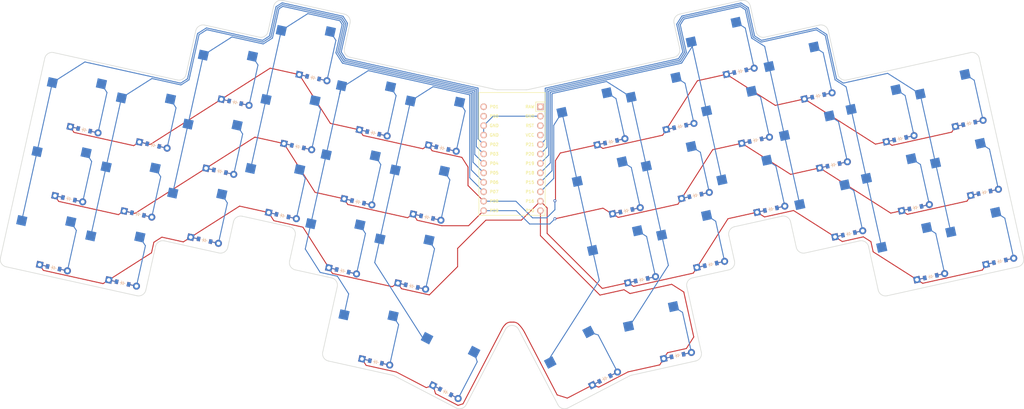
<source format=kicad_pcb>
(kicad_pcb (version 20240108) (generator "pcbnew") (generator_version "8.0")
  (title_block (title "yet-another-ergo") (rev "v1.0.0") (company "Mvrlex"))
  (layers (0 "F.Cu" signal) (31 "B.Cu" signal) (34 "B.Paste" user) (35 "F.Paste" user) (36 "B.SilkS" user "B.Silkscreen") (37 "F.SilkS" user "F.Silkscreen") (38 "B.Mask" user) (39 "F.Mask" user) (44 "Edge.Cuts" user))
  (net 0 "")
  (net 1 "P2")
  (net 2 "outer_bottom")
  (net 3 "outer_home")
  (net 4 "outer_top")
  (net 5 "P3")
  (net 6 "pinky_bottom")
  (net 7 "pinky_home")
  (net 8 "pinky_top")
  (net 9 "P4")
  (net 10 "ring_bottom")
  (net 11 "ring_home")
  (net 12 "ring_top")
  (net 13 "P5")
  (net 14 "middle_bottom")
  (net 15 "middle_home")
  (net 16 "middle_top")
  (net 17 "P6")
  (net 18 "index_bottom")
  (net 19 "index_home")
  (net 20 "index_top")
  (net 21 "P7")
  (net 22 "inner_bottom")
  (net 23 "inner_home")
  (net 24 "inner_top")
  (net 25 "near_thumb")
  (net 26 "home_thumb")
  (net 27 "P21")
  (net 28 "mirror_outer_bottom")
  (net 29 "mirror_outer_home")
  (net 30 "mirror_outer_top")
  (net 31 "P20")
  (net 32 "mirror_pinky_bottom")
  (net 33 "mirror_pinky_home")
  (net 34 "mirror_pinky_top")
  (net 35 "P19")
  (net 36 "mirror_ring_bottom")
  (net 37 "mirror_ring_home")
  (net 38 "mirror_ring_top")
  (net 39 "P18")
  (net 40 "mirror_middle_bottom")
  (net 41 "mirror_middle_home")
  (net 42 "mirror_middle_top")
  (net 43 "P15")
  (net 44 "mirror_index_bottom")
  (net 45 "mirror_index_home")
  (net 46 "mirror_index_top")
  (net 47 "P14")
  (net 48 "mirror_inner_bottom")
  (net 49 "mirror_inner_home")
  (net 50 "mirror_inner_top")
  (net 51 "mirror_near_thumb")
  (net 52 "mirror_home_thumb")
  (net 53 "P10")
  (net 54 "P9")
  (net 55 "P8")
  (net 56 "P16")
  (net 57 "RAW")
  (net 58 "GND")
  (net 59 "RST")
  (net 60 "VCC")
  (net 61 "P1")
  (net 62 "P0")
  (footprint "ComboDiode" (layer "F.Cu") (at 335.804123 141.684343 12.5)
    (property "Reference" "D22" (hide yes))
    (property "Value" "" (hide yes))
  )
  (footprint "ComboDiode" (layer "F.Cu") (at 331.691766 123.134715 12.5)
    (property "Reference" "D23" (hide yes))
    (property "Value" "" (hide yes))
  )
  (footprint "MX" (layer "F.Cu") (at 229.767952 121.129999 12.5)
    (property "Reference" "S38" (hide yes))
    (property "Value" "" (hide yes))
  )
  (footprint "MX" (layer "F.Cu") (at 132.343783 108.792939 -12.5)
    (property "Reference" "S9" (hide yes))
    (property "Value" "" (hide yes))
  )
  (footprint "MX" (layer "F.Cu") (at 87.669151 134.738603 -12.5)
    (property "Reference" "S2" (hide yes))
    (property "Value" "" (hide yes))
  )
  (footprint "ComboDiode" (layer "F.Cu") (at 295.24185 134.288317 12.5)
    (property "Reference" "D28" (hide yes))
    (property "Value" "" (hide yes))
  )
  (footprint "MX" (layer "F.Cu") (at 187.992654 121.129995 -12.5)
    (property "Reference" "S18" (hide yes))
    (property "Value" "" (hide yes))
  )
  (footprint "ComboDiode" (layer "F.Cu") (at 147.223204 147.941417 -12.5)
    (property "Reference" "D10" (hide yes))
    (property "Value" "" (hide yes))
  )
  (footprint "MX" (layer "F.Cu") (at 272.711065 139.265284 12.5)
    (property "Reference" "S30" (hide yes))
    (property "Value" "" (hide yes))
  )
  (footprint "MX" (layer "F.Cu") (at 124.11908 145.892195 -12.5)
    (property "Reference" "S7" (hide yes))
    (property "Value" "" (hide yes))
  )
  (footprint "MX" (layer "F.Cu") (at 110.331126 120.301316 -12.5)
    (property "Reference" "S6" (hide yes))
    (property "Value" "" (hide yes))
  )
  (footprint "ComboDiode" (layer "F.Cu") (at 93.955168 124.865104 -12.5)
    (property "Reference" "D3" (hide yes))
    (property "Value" "" (hide yes))
  )
  (footprint "MX" (layer "F.Cu") (at 311.541824 138.85095 12.5)
    (property "Reference" "S25" (hide yes))
    (property "Value" "" (hide yes))
  )
  (footprint "MX" (layer "F.Cu") (at 252.429923 135.567261 12.5)
    (property "Reference" "S34" (hide yes))
    (property "Value" "" (hide yes))
  )
  (footprint "ComboDiode" (layer "F.Cu") (at 321.366847 164.346314 12.5)
    (property "Reference" "D24" (hide yes))
    (property "Value" "" (hide yes))
  )
  (footprint "ComboDiode" (layer "F.Cu") (at 85.730467 161.964345 -12.5)
    (property "Reference" "D1" (hide yes))
    (property "Value" "" (hide yes))
  )
  (footprint "MX" (layer "F.Cu") (at 170.124803 178.625567 -12.5)
    (property "Reference" "S19" (hide yes))
    (property "Value" "" (hide yes))
  )
  (footprint "ComboDiode" (layer "F.Cu") (at 163.391993 162.793027 -12.5)
    (property "Reference" "D13" (hide yes))
    (property "Value" "" (hide yes))
  )
  (footprint "MX" (layer "F.Cu") (at 145.049533 139.265281 -12.5)
    (property "Reference" "S10" (hide yes))
    (property "Value" "" (hide yes))
  )
  (footprint "ComboDiode" (layer "F.Cu") (at 186.053968 148.355757 -12.5)
    (property "Reference" "D17" (hide yes))
    (property "Value" "" (hide yes))
  )
  (footprint "MX" (layer "F.Cu") (at 179.767947 158.229246 -12.5)
    (property "Reference" "S16" (hide yes))
    (property "Value" "" (hide yes))
  )
  (footprint "MX" (layer "F.Cu") (at 226.594291 186.422954 27.5)
    (property "Reference" "S40" (hide yes))
    (property "Value" "" (hide yes))
  )
  (footprint "ComboDiode" (layer "F.Cu") (at 89.842813 143.414732 -12.5)
    (property "Reference" "D2" (hide yes))
    (property "Value" "" (hide yes))
  )
  (footprint "ComboDiode" (layer "F.Cu") (at 262.254936 161.062638 12.5)
    (property "Reference" "D33" (hide yes))
    (property "Value" "" (hide yes))
  )
  (footprint "MX" (layer "F.Cu") (at 161.218322 154.11689 -12.5)
    (property "Reference" "S13" (hide yes))
    (property "Value" "" (hide yes))
  )
  (footprint "ComboDiode" (layer "F.Cu") (at 191.020368 195.366035 -27.5)
    (property "Reference" "D20" (hide yes))
    (property "Value" "" (hide yes))
  )
  (footprint "MX" (layer "F.Cu") (at 248.317577 117.017641 12.5)
    (property "Reference" "S35" (hide yes))
    (property "Value" "" (hide yes))
  )
  (footprint "MX" (layer "F.Cu") (at 268.598714 120.715665 12.5)
    (property "Reference" "S31" (hide yes))
    (property "Value" "" (hide yes))
  )
  (footprint "MX" (layer "F.Cu") (at 285.416818 108.792943 12.5)
    (property "Reference" "S29" (hide yes))
    (property "Value" "" (hide yes))
  )
  (footprint "ComboDiode" (layer "F.Cu") (at 299.354195 152.837937 12.5)
    (property "Reference" "D27" (hide yes))
    (property "Value" "" (hide yes))
  )
  (footprint "ComboDiode" (layer "F.Cu") (at 151.335559 129.391788 -12.5)
    (property "Reference" "D11" (hide yes))
    (property "Value" "" (hide yes))
  )
  (footprint "ComboDiode" (layer "F.Cu") (at 270.199032 109.111785 12.5)
    (property "Reference" "D32" (hide yes))
    (property "Value" "" (hide yes))
  )
  (footprint "ComboDiode" (layer "F.Cu") (at 235.480614 128.075737 12.5)
    (property "Reference" "D38" (hide yes))
    (property "Value" "" (hide yes))
  )
  (footprint "MX" (layer "F.Cu") (at 289.529178 127.342557 12.5)
    (property "Reference" "S28" (hide yes))
    (property "Value" "" (hide yes))
  )
  (footprint "ComboDiode" (layer "F.Cu") (at 155.447904 110.842167 -12.5)
    (property "Reference" "D12" (hide yes))
    (property "Value" "" (hide yes))
  )
  (footprint "MX" (layer "F.Cu") (at 233.880304 139.679627 12.5)
    (property "Reference" "S37" (hide yes))
    (property "Value" "" (hide yes))
  )
  (footprint "ComboDiode" (layer "F.Cu") (at 313.142139 127.24707 12.5)
    (property "Reference" "D26" (hide yes))
    (property "Value" "" (hide yes))
  )
  (footprint "ComboDiode" (layer "F.Cu") (at 126.292741 154.568316 -12.5)
    (property "Reference" "D7" (hide yes))
    (property "Value" "" (hide yes))
  )
  (footprint "ComboDiode" (layer "F.Cu") (at 130.4051 136.018697 -12.5)
    (property "Reference" "D8" (hide yes))
    (property "Value" "" (hide yes))
  )
  (footprint "MX" (layer "F.Cu") (at 334.203808 153.288218 12.5)
    (property "Reference" "S21" (hide yes))
    (property "Value" "" (hide yes))
  )
  (footprint "MX" (layer "F.Cu") (at 169.443028 117.017641 -12.5)
    (property "Reference" "S15" (hide yes))
    (property "Value" "" (hide yes))
  )
  (footprint "ComboDiode" (layer "F.Cu") (at 239.592971 146.625374 12.5)
    (property "Reference" "D37" (hide yes))
    (property "Value" "" (hide yes))
  )
  (footprint "ComboDiode" (layer "F.Cu") (at 258.142589 142.513012 12.5)
    (property "Reference" "D34" (hide yes))
    (property "Value" "" (hide yes))
  )
  (footprint "ComboDiode" (layer "F.Cu") (at 181.941619 166.905375 -12.5)
    (property "Reference" "D16" (hide yes))
    (property "Value" "" (hide yes))
  )
  (footprint "ComboDiode" (layer "F.Cu") (at 190.166322 129.806127 -12.5)
    (property "Reference" "D18" (hide yes))
    (property "Value" "" (hide yes))
  )
  (footprint "MX" (layer "F.Cu") (at 264.486359 102.166035 12.5)
    (property "Reference" "S32" (hide yes))
    (property "Value" "" (hide yes))
  )
  (footprint "MX" (layer "F.Cu") (at 191.16632 186.422951 -27.5)
    (property "Reference" "S20" (hide yes))
    (property "Value" "" (hide yes))
  )
  (footprint "ComboDiode" (layer "F.Cu") (at 339.916465 160.233968 12.5)
    (property "Reference" "D21" (hide yes))
    (property "Value" "" (hide yes))
  )
  (footprint "ComboDiode" (layer "F.Cu") (at 253.348466 185.571301 12.5)
    (property "Reference" "D39" (hide yes))
    (property "Value" "" (hide yes))
  )
  (footprint "MX" (layer "F.Cu") (at 307.429481 120.301327 12.5)
    (property "Reference" "S26" (hide yes))
    (property "Value" "" (hide yes))
  )
  (footprint "MX" (layer "F.Cu") (at 330.091456 134.738594 12.5)
    (property "Reference" "S22" (hide yes))
    (property "Value" "" (hide yes))
  )
  (footprint "MX" (layer "F.Cu") (at 149.161891 120.715664 -12.5)
    (property "Reference" "S11" (hide yes))
    (property "Value" "" (hide yes))
  )
  (footprint "MX" (layer "F.Cu") (at 83.5568 153.288216 -12.5)
    (property "Reference" "S1" (hide yes))
    (property "Value" "" (hide yes))
  )
  (footprint "ComboDiode" (layer "F.Cu") (at 134.517451 117.469066 -12.5)
    (property "Reference" "D9" (hide yes))
    (property "Value" "" (hide yes))
  )
  (footprint "MX" (layer "F.Cu") (at 293.641522 145.892192 12.5)
    (property "Reference" "S27" (hide yes))
    (property "Value" "" (hide yes))
  )
  (footprint "ComboDiode" (layer "F.Cu") (at 171.616699 125.693772 -12.5)
    (property "Reference" "D15" (hide yes))
    (property "Value" "" (hide yes))
  )
  (footprint "MX" (layer "F.Cu") (at 153.274237 102.16603 -12.5)
    (property "Reference" "S12" (hide yes))
    (property "Value" "" (hide yes))
  )
  (footprint "ComboDiode" (layer "F.Cu") (at 104.280082 166.076701 -12.5)
    (property "Reference" "D4" (hide yes))
    (property "Value" "" (hide yes))
  )
  (footprint "ComboDiode" (layer "F.Cu") (at 254.030246 123.96339 12.5)
    (property "Reference" "D35" (hide yes))
    (property "Value" "" (hide yes))
  )
  (footprint "ComboDiode" (layer "F.Cu") (at 233.832334 191.760999 27.5)
    (property "Reference" "D40" (hide yes))
    (property "Value" "" (hide yes))
  )
  (footprint "MX" (layer "F.Cu") (at 256.542278 154.116898 12.5)
    (property "Reference" "S33" (hide yes))
    (property "Value" "" (hide yes))
  )
  (footprint "MX" (layer "F.Cu") (at 128.231428 127.342553 -12.5)
    (property "Reference" "S8" (hide yes))
    (property "Value" "" (hide yes))
  )
  (footprint "ComboDiode" (layer "F.Cu") (at 112.504795 128.97745 -12.5)
    (property "Reference" "D6" (hide yes))
    (property "Value" "" (hide yes))
  )
  (footprint "ComboDiode" (layer "F.Cu") (at 172.298454 187.301681 -12.5)
    (property "Reference" "D19" (hide yes))
    (property "Value" "" (hide yes))
  )
  (footprint "MX" (layer "F.Cu") (at 102.106412 157.400571 -12.5)
    (property "Reference" "S4" (hide yes))
    (property "Value" "" (hide yes))
  )
  (footprint "ComboDiode" (layer "F.Cu") (at 108.392431 147.527071 -12.5)
    (property "Reference" "D5" (hide yes))
    (property "Value" "" (hide yes))
  )
  (footprint "ProMicro" (layer "F.Cu") (at 208.8803 132.629994 -90)
    (property "Reference" "MCU1" (hide yes))
    (property "Value" "" (hide yes))
  )
  (footprint "MX" (layer "F.Cu") (at 183.880299 139.679615 -12.5)
    (property "Reference" "S17" (hide yes))
    (property "Value" "" (hide yes))
  )
  (footprint "MX" (layer "F.Cu") (at 165.330677 135.567274 -12.5)
    (property "Reference" "S14" (hide yes))
    (property "Value" "" (hide yes))
  )
  (footprint "MX" (layer "F.Cu") (at 91.781493 116.188968 -12.5)
    (property "Reference" "S3" (hide yes))
    (property "Value" "" (hide yes))
  )
  (footprint "ComboDiode" (layer "F.Cu") (at 278.42373 146.211029 12.5)
    (property "Reference" "D30" (hide yes))
    (property "Value" "" (hide yes))
  )
  (footprint "ComboDiode" (layer "F.Cu") (at 243.705311 165.174985 12.5)
    (property "Reference" "D36" (hide yes))
    (property "Value" "" (hide yes))
  )
  (footprint "MX" (layer "F.Cu") (at 106.218777 138.850955 -12.5)
    (property "Reference" "S5" (hide yes))
    (property "Value" "" (hide yes))
  )
  (footprint "MX" (layer "F.Cu") (at 237.992643 158.229242 12.5)
    (property "Reference" "S36" (hide yes))
    (property "Value" "" (hide yes))
  )
  (footprint "MX" (layer "F.Cu") (at 247.635813 178.625561 12.5)
    (property "Reference" "S39" (hide yes))
    (property "Value" "" (hide yes))
  )
  (footprint "ComboDiode" (layer "F.Cu") (at 167.504346 144.243398 -12.5)
    (property "Reference" "D14" (hide yes))
    (property "Value" "" (hide yes))
  )
  (footprint "ComboDiode" (layer "F.Cu") (at 317.254495 145.796697 12.5)
    (property "Reference" "D25" (hide yes))
    (property "Value" "" (hide yes))
  )
  (footprint "MX" (layer "F.Cu") (at 315.654184 157.400562 12.5)
    (property "Reference" "S24" (hide yes))
    (property "Value" "" (hide yes))
  )
  (footprint "ComboDiode" (layer "F.Cu") (at 274.311379 127.66141 12.5)
    (property "Reference" "D31" (hide yes))
    (property "Value" "" (hide yes))
  )
  (footprint "ComboDiode" (layer "F.Cu") (at 291.129484 115.738688 12.5)
    (property "Reference" "D29" (hide yes))
    (property "Value" "" (hide yes))
  )
  (footprint "MX" (layer "F.Cu") (at 325.979108 116.188969 12.5)
    (property "Reference" "S23" (hide yes))
    (property "Value" "" (hide yes))
  )
  (gr_arc (start 143.347793 98.428983) (mid 142.469803 99.682888) (end 140.96232 99.948697) (stroke (width 0.15)) (layer "Edge.Cuts"))
  (gr_arc (start 302.26006 154.73644) (mid 303.767532 155.002251) (end 304.645537 156.256149) (stroke (width 0.15)) (layer "Edge.Cuts"))
  (gr_arc (start 276.798287 99.948695) (mid 275.290827 99.682873) (end 274.412808 98.428984) (stroke (width 0.15)) (layer "Edge.Cuts"))
  (gr_arc (start 205.016808 114.100668) (mid 204.799069 114.088776) (end 204.583917 114.053261) (stroke (width 0.15)) (layer "Edge.Cuts"))
  (gr_line (start 136.430994 148.109534) (end 149.122849 150.923249) (stroke (width 0.15)) (layer "Edge.Cuts"))
  (gr_arc (start 134.045531 149.629246) (mid 134.92352 148.375342) (end 136.430994 148.109534) (stroke (width 0.15)) (layer "Edge.Cuts"))
  (gr_line (start 283.71508 149.629241) (end 285.230153 156.463325) (stroke (width 0.15)) (layer "Edge.Cuts"))
  (gr_arc (start 160.410143 164.692657) (mid 161.664015 165.570656) (end 161.929865 167.078134) (stroke (width 0.15)) (layer "Edge.Cuts"))
  (gr_line (start 210.654329 178.542209) (end 221.205535 198.81091) (stroke (width 0.15)) (layer "Edge.Cuts"))
  (gr_line (start 150.64256 153.308726) (end 149.127482 160.142796) (stroke (width 0.15)) (layer "Edge.Cuts"))
  (gr_arc (start 213.176687 114.053263) (mid 212.961542 114.088786) (end 212.743808 114.100667) (stroke (width 0.15)) (layer "Edge.Cuts"))
  (gr_arc (start 207.106284 178.542204) (mid 208.880322 177.465687) (end 210.654329 178.542209) (stroke (width 0.15)) (layer "Edge.Cuts"))
  (gr_line (start 257.350446 164.692661) (end 267.113414 162.528265) (stroke (width 0.15)) (layer "Edge.Cuts"))
  (gr_arc (start 259.726653 184.651462) (mid 259.460836 186.158938) (end 258.206937 187.03693) (stroke (width 0.15)) (layer "Edge.Cuts"))
  (gr_arc (start 252.395515 96.140131) (mid 252.661309 94.632633) (end 253.915224 93.754666) (stroke (width 0.15)) (layer "Edge.Cuts"))
  (gr_line (start 85.755597 104.098122) (end 118.949663 111.457065) (stroke (width 0.15)) (layer "Edge.Cuts"))
  (gr_arc (start 281.329609 148.109531) (mid 282.837116 148.375315) (end 283.71508 149.629241) (stroke (width 0.15)) (layer "Edge.Cuts"))
  (gr_line (start 165.369718 105.359684) (end 204.583917 114.053261) (stroke (width 0.15)) (layer "Edge.Cuts"))
  (gr_arc (start 291.442718 96.702096) (mid 292.950226 96.967883) (end 293.828202 98.221803) (stroke (width 0.15)) (layer "Edge.Cuts"))
  (gr_line (start 213.176687 114.053263) (end 252.390877 105.359681) (stroke (width 0.15)) (layer "Edge.Cuts"))
  (gr_line (start 150.647188 162.52826) (end 160.410143 164.692657) (stroke (width 0.15)) (layer "Edge.Cuts"))
  (gr_line (start 205.016808 114.100668) (end 212.743808 114.100667) (stroke (width 0.15)) (layer "Edge.Cuts"))
  (gr_arc (start 144.862879 91.594908) (mid 145.740877 90.341048) (end 147.248341 90.075197) (stroke (width 0.15)) (layer "Edge.Cuts"))
  (gr_line (start 140.96232 99.948697) (end 126.317883 96.702091) (stroke (width 0.15)) (layer "Edge.Cuts"))
  (gr_line (start 268.637757 150.923257) (end 281.329609 148.109531) (stroke (width 0.15)) (layer "Edge.Cuts"))
  (gr_line (start 223.903057 199.661437) (end 240.464325 191.040187) (stroke (width 0.15)) (layer "Edge.Cuts"))
  (gr_line (start 177.296286 191.040177) (end 193.857543 199.661421) (stroke (width 0.15)) (layer "Edge.Cuts"))
  (gr_arc (start 346.294656 159.314127) (mid 346.028853 160.821618) (end 344.774942 161.699582) (stroke (width 0.15)) (layer "Edge.Cuts"))
  (gr_arc (start 123.932411 98.221811) (mid 124.810408 96.967913) (end 126.317883 96.702091) (stroke (width 0.15)) (layer "Edge.Cuts"))
  (gr_line (start 196.555074 198.810905) (end 207.106277 178.542207) (stroke (width 0.15)) (layer "Edge.Cuts"))
  (gr_line (start 158.033954 184.651459) (end 161.929865 167.078134) (stroke (width 0.15)) (layer "Edge.Cuts"))
  (gr_arc (start 298.810937 111.45707) (mid 297.303454 111.191278) (end 296.425463 109.937369) (stroke (width 0.15)) (layer "Edge.Cuts"))
  (gr_arc (start 110.517792 167.971706) (mid 109.639796 169.225587) (end 108.13232 169.491417) (stroke (width 0.15)) (layer "Edge.Cuts"))
  (gr_arc (start 83.370125 105.617838) (mid 84.248118 104.363932) (end 85.755597 104.098122) (stroke (width 0.15)) (layer "Edge.Cuts"))
  (gr_arc (start 196.555074 198.810905) (mid 195.382456 199.794867) (end 193.857543 199.661421) (stroke (width 0.15)) (layer "Edge.Cuts"))
  (gr_arc (start 309.628273 169.491423) (mid 308.120812 169.225594) (end 307.242817 167.971702) (stroke (width 0.15)) (layer "Edge.Cuts"))
  (gr_arc (start 332.005002 104.098122) (mid 333.512513 104.36391) (end 334.39047 105.617843) (stroke (width 0.15)) (layer "Edge.Cuts"))
  (gr_line (start 72.985662 161.699591) (end 108.13232 169.491417) (stroke (width 0.15)) (layer "Edge.Cuts"))
  (gr_line (start 71.465949 159.314124) (end 83.370125 105.617838) (stroke (width 0.15)) (layer "Edge.Cuts"))
  (gr_arc (start 72.985668 161.699586) (mid 71.731771 160.8216) (end 71.465949 159.314124) (stroke (width 0.15)) (layer "Edge.Cuts"))
  (gr_line (start 110.517792 167.971706) (end 113.115056 156.256145) (stroke (width 0.15)) (layer "Edge.Cuts"))
  (gr_line (start 144.862879 91.594908) (end 143.347793 98.428983) (stroke (width 0.15)) (layer "Edge.Cuts"))
  (gr_line (start 287.61563 157.98304) (end 302.26006 154.73644) (stroke (width 0.15)) (layer "Edge.Cuts"))
  (gr_line (start 291.442718 96.702096) (end 276.798287 99.948695) (stroke (width 0.15)) (layer "Edge.Cuts"))
  (gr_arc (start 240.464325 191.040187) (mid 240.703781 190.93483) (end 240.954934 190.861603) (stroke (width 0.15)) (layer "Edge.Cuts"))
  (gr_arc (start 287.61563 157.98304) (mid 286.10814 157.717235) (end 285.230153 156.463325) (stroke (width 0.15)) (layer "Edge.Cuts"))
  (gr_line (start 255.830733 167.078134) (end 259.726653 184.651462) (stroke (width 0.15)) (layer "Edge.Cuts"))
  (gr_arc (start 121.335132 109.937359) (mid 120.457149 111.191292) (end 118.949663 111.457065) (stroke (width 0.15)) (layer "Edge.Cuts"))
  (gr_line (start 132.530451 156.463325) (end 134.045531 149.629246) (stroke (width 0.15)) (layer "Edge.Cuts"))
  (gr_arc (start 270.512271 90.07519) (mid 272.019744 90.341013) (end 272.897741 91.594911) (stroke (width 0.15)) (layer "Edge.Cuts"))
  (gr_line (start 115.500539 154.736437) (end 130.144975 157.98304) (stroke (width 0.15)) (layer "Edge.Cuts"))
  (gr_arc (start 149.122853 150.92326) (mid 150.376713 151.801261) (end 150.64256 153.308726) (stroke (width 0.15)) (layer "Edge.Cuts"))
  (gr_arc (start 268.633126 160.142779) (mid 268.367351 161.650302) (end 267.113414 162.528265) (stroke (width 0.15)) (layer "Edge.Cuts"))
  (gr_arc (start 253.910595 102.974205) (mid 253.6448 104.4817) (end 252.390877 105.359681) (stroke (width 0.15)) (layer "Edge.Cuts"))
  (gr_arc (start 165.369718 105.359684) (mid 164.115848 104.481685) (end 163.850007 102.974218) (stroke (width 0.15)) (layer "Edge.Cuts"))
  (gr_arc (start 176.80566 190.861604) (mid 177.056825 190.934812) (end 177.296286 191.040177) (stroke (width 0.15)) (layer "Edge.Cuts"))
  (gr_arc (start 163.845377 93.754673) (mid 165.099271 94.632652) (end 165.365085 96.140125) (stroke (width 0.15)) (layer "Edge.Cuts"))
  (gr_line (start 274.412808 98.428984) (end 272.897741 91.594911) (stroke (width 0.15)) (layer "Edge.Cuts"))
  (gr_arc (start 159.553664 187.036932) (mid 158.299749 186.158941) (end 158.033954 184.651459) (stroke (width 0.15)) (layer "Edge.Cuts"))
  (gr_line (start 309.628273 169.491423) (end 344.774942 161.699582) (stroke (width 0.15)) (layer "Edge.Cuts"))
  (gr_line (start 334.39047 105.617843) (end 346.294656 159.314121) (stroke (width 0.15)) (layer "Edge.Cuts"))
  (gr_arc (start 150.647188 162.52826) (mid 149.393242 161.650278) (end 149.127482 160.142796) (stroke (width 0.15)) (layer "Edge.Cuts"))
  (gr_line (start 298.810937 111.45707) (end 332.005002 104.098122) (stroke (width 0.15)) (layer "Edge.Cuts"))
  (gr_line (start 270.512271 90.07519) (end 253.915224 93.754666) (stroke (width 0.15)) (layer "Edge.Cuts"))
  (gr_arc (start 113.115056 156.256145) (mid 113.993055 155.002248) (end 115.500539 154.736437) (stroke (width 0.15)) (layer "Edge.Cuts"))
  (gr_arc (start 132.530451 156.463325) (mid 131.652453 157.717227) (end 130.144975 157.98304) (stroke (width 0.15)) (layer "Edge.Cuts"))
  (gr_line (start 163.850007 102.974218) (end 165.365085 96.140125) (stroke (width 0.15)) (layer "Edge.Cuts"))
  (gr_line (start 123.932411 98.221811) (end 121.335132 109.937359) (stroke (width 0.15)) (layer "Edge.Cuts"))
  (gr_line (start 296.425463 109.937369) (end 293.828202 98.221803) (stroke (width 0.15)) (layer "Edge.Cuts"))
  (gr_line (start 240.954934 190.861603) (end 258.206937 187.03693) (stroke (width 0.15)) (layer "Edge.Cuts"))
  (gr_arc (start 223.903057 199.661437) (mid 222.378133 199.794866) (end 221.205535 198.81091) (stroke (width 0.15)) (layer "Edge.Cuts"))
  (gr_line (start 163.845377 93.754673) (end 147.248341 90.075197) (stroke (width 0.15)) (layer "Edge.Cuts"))
  (gr_arc (start 267.118057 153.308723) (mid 267.383854 151.801243) (end 268.637757 150.923257) (stroke (width 0.15)) (layer "Edge.Cuts"))
  (gr_arc (start 255.830733 167.078134) (mid 256.096522 165.570629) (end 257.350446 164.692661) (stroke (width 0.15)) (layer "Edge.Cuts"))
  (gr_line (start 268.633126 160.142779) (end 267.118044 153.308725) (stroke (width 0.15)) (layer "Edge.Cuts"))
  (gr_line (start 304.645537 156.256149) (end 307.242817 167.971702) (stroke (width 0.15)) (layer "Edge.Cuts"))
  (gr_line (start 159.553666 187.036935) (end 176.80566 190.861604) (stroke (width 0.15)) (layer "Edge.Cuts"))
  (gr_line (start 252.395521 96.140137) (end 253.910595 102.974205) (stroke (width 0.15)) (layer "Edge.Cuts"))
  (segment (start 145.47166 91.768805) (end 147.141487 90.705008) (width 0.25) (layer "B.Cu") (net 1))
  (segment (start 199.73225 113.631172) (end 199.763962 113.662888) (width 0.25) (layer "B.Cu") (net 1))
  (segment (start 141.885896 100.806944) (end 143.728139 99.633307) (width 0.25) (layer "B.Cu") (net 1))
  (segment (start 126.78998 97.460261) (end 129.335176 98.024519) (width 0.25) (layer "B.Cu") (net 1))
  (segment (start 85.414191 112.175699) (end 94.147382 106.612044) (width 0.25) (layer "B.Cu") (net 1))
  (segment (start 94.147382 106.612044) (end 95.606967 106.935625) (width 0.25) (layer "B.Cu") (net 1))
  (segment (start 199.763962 113.662888) (end 199.763962 127.323667) (width 0.25) (layer "B.Cu") (net 1))
  (segment (start 164.702956 96.239152) (end 163.00164 103.913282) (width 0.25) (layer "B.Cu") (net 1))
  (segment (start 199.763962 127.323667) (end 201.260294 128.820003) (width 0.25) (layer "B.Cu") (net 1))
  (segment (start 121.98721 109.916005) (end 121.9819 109.907662) (width 0.25) (layer "B.Cu") (net 1))
  (segment (start 164.169979 105.747207) (end 199.73225 113.631172) (width 0.25) (layer "B.Cu") (net 1))
  (segment (start 77.18949 149.274956) (end 85.414197 112.175704) (width 0.25) (layer "B.Cu") (net 1))
  (segment (start 121.715486 111.141684) (end 121.98721 109.916005) (width 0.25) (layer "B.Cu") (net 1))
  (segment (start 95.606967 106.935625) (end 119.873234 112.31533) (width 0.25) (layer "B.Cu") (net 1))
  (segment (start 163.485693 94.32843) (end 164.702956 96.239152) (width 0.25) (layer "B.Cu") (net 1))
  (segment (start 124.404506 98.979977) (end 126.78998 97.460261) (width 0.25) (layer "B.Cu") (net 1))
  (segment (start 147.141487 90.705008) (end 148.898819 91.094601) (width 0.25) (layer "B.Cu") (net 1))
  (segment (start 119.873234 112.31533) (end 121.715486 111.141684) (width 0.25) (layer "B.Cu") (net 1))
  (segment (start 163.00164 103.913282) (end 164.169979 105.747207) (width 0.25) (layer "B.Cu") (net 1))
  (segment (start 121.9819 109.907662) (end 124.404506 98.979977) (width 0.25) (layer "B.Cu") (net 1))
  (segment (start 148.898819 91.094601) (end 163.485693 94.32843) (width 0.25) (layer "B.Cu") (net 1))
  (segment (start 129.335176 98.024519) (end 141.885896 100.806944) (width 0.25) (layer "B.Cu") (net 1))
  (segment (start 143.728139 99.633307) (end 144.129734 97.821842) (width 0.25) (layer "B.Cu") (net 1))
  (segment (start 144.129734 97.821842) (end 145.47166 91.768805) (width 0.25) (layer "B.Cu") (net 1))
  (segment (start 87.341356 162.321477) (end 89.450145 162.788979) (width 0.25) (layer "F.Cu") (net 2))
  (segment (start 91.85522 151.940385) (end 89.450142 162.788986) (width 0.25) (layer "B.Cu") (net 2))
  (segment (start 87.341349 162.321474) (end 89.450145 162.788979) (width 0.25) (layer "B.Cu") (net 2))
  (segment (start 90.359826 149.593073) (end 91.85522 151.940385) (width 0.25) (layer "B.Cu") (net 2))
  (segment (start 91.453707 143.771848) (end 93.562499 144.239352) (width 0.25) (layer "F.Cu") (net 3))
  (segment (start 94.472185 131.043451) (end 95.967591 133.390743) (width 0.25) (layer "B.Cu") (net 3))
  (segment (start 91.453707 143.771848) (end 93.562496 144.239364) (width 0.25) (layer "B.Cu") (net 3))
  (segment (start 95.967591 133.390743) (end 93.562499 144.239352) (width 0.25) (layer "B.Cu") (net 3))
  (segment (start 95.566056 125.222223) (end 97.674852 125.689733) (width 0.25) (layer "F.Cu") (net 4))
  (segment (start 98.584537 112.493835) (end 100.079926 114.841133) (width 0.25) (layer "B.Cu") (net 4))
  (segment (start 100.079926 114.841133) (end 97.674852 125.689733) (width 0.25) (layer "B.Cu") (net 4))
  (segment (start 95.566056 125.222223) (end 97.674857 125.689736) (width 0.25) (layer "B.Cu") (net 4))
  (segment (start 156.026016 93.13558) (end 163.206313 94.727421) (width 0.25) (layer "B.Cu") (net 5))
  (segment (start 127.285187 98.030974) (end 141.970474 101.286622) (width 0.25) (layer "B.Cu") (net 5))
  (segment (start 199.313967 129.413653) (end 199.313966 114.003719) (width 0.25) (layer "B.Cu") (net 5))
  (segment (start 163.206313 94.727421) (end 163.888426 95.798118) (width 0.25) (layer "B.Cu") (net 5))
  (segment (start 119.957812 112.795006) (end 122.114473 111.421058) (width 0.25) (layer "B.Cu") (net 5))
  (segment (start 144.12713 99.912686) (end 144.352625 98.895534) (width 0.25) (layer "B.Cu") (net 5))
  (segment (start 144.352625 98.895534) (end 145.870649 92.048184) (width 0.25) (layer "B.Cu") (net 5))
  (segment (start 145.870649 92.048184) (end 147.226068 91.184684) (width 0.25) (layer "B.Cu") (net 5))
  (segment (start 112.160278 111.066334) (end 113.03408 111.260054) (width 0.25) (layer "B.Cu") (net 5))
  (segment (start 162.705686 103.169165) (end 162.521966 103.997867) (width 0.25) (layer "B.Cu") (net 5))
  (segment (start 103.963819 116.28805) (end 112.160278 111.066334) (width 0.25) (layer "B.Cu") (net 5))
  (segment (start 199.313966 114.003719) (end 199.308371 113.998124) (width 0.25) (layer "B.Cu") (net 5))
  (segment (start 141.970474 101.286622) (end 144.12713 99.912686) (width 0.25) (layer "B.Cu") (net 5))
  (segment (start 163.890603 106.146196) (end 199.308371 113.998124) (width 0.25) (layer "B.Cu") (net 5))
  (segment (start 103.355344 119.032735) (end 95.739118 153.387314) (width 0.25) (layer "B.Cu") (net 5))
  (segment (start 162.521966 103.997867) (end 163.890603 106.146196) (width 0.25) (layer "B.Cu") (net 5))
  (segment (start 122.339972 110.403918) (end 124.80738 99.274144) (width 0.25) (layer "B.Cu") (net 5))
  (segment (start 201.2603 131.359999) (end 199.313967 129.413653) (width 0.25) (layer "B.Cu") (net 5))
  (segment (start 122.114473 111.421058) (end 122.339972 110.403918) (width 0.25) (layer "B.Cu") (net 5))
  (segment (start 163.888426 95.798118) (end 164.223278 96.323734) (width 0.25) (layer "B.Cu") (net 5))
  (segment (start 164.223278 96.323734) (end 162.705686 103.169165) (width 0.25) (layer "B.Cu") (net 5))
  (segment (start 124.80738 99.274144) (end 126.894667 97.944396) (width 0.25) (layer "B.Cu") (net 5))
  (segment (start 126.894667 97.944396) (end 127.285187 98.030974) (width 0.25) (layer "B.Cu") (net 5))
  (segment (start 113.03408 111.260054) (end 119.957812 112.795006) (width 0.25) (layer "B.Cu") (net 5))
  (segment (start 103.963823 116.288055) (end 103.355344 119.032735) (width 0.25) (layer "B.Cu") (net 5))
  (segment (start 147.226068 91.184684) (end 156.026016 93.13558) (width 0.25) (layer "B.Cu") (net 5))
  (segment (start 105.890976 166.433821) (end 107.999772 166.901342) (width 0.25) (layer "F.Cu") (net 6))
  (segment (start 108.909449 153.705432) (end 110.40485 156.052727) (width 0.25) (layer "B.Cu") (net 6))
  (segment (start 105.890976 166.433821) (end 107.999767 166.901328) (width 0.25) (layer "B.Cu") (net 6))
  (segment (start 110.40485 156.052727) (end 107.999772 166.901342) (width 0.25) (layer "B.Cu") (net 6))
  (segment (start 110.003326 147.8842) (end 112.112124 148.351714) (width 0.25) (layer "F.Cu") (net 7))
  (segment (start 114.517212 137.503108) (end 112.112123 148.35171) (width 0.25) (layer "B.Cu") (net 7))
  (segment (start 110.003326 147.8842) (end 112.112128 148.35171) (width 0.25) (layer "B.Cu") (net 7))
  (segment (start 113.021807 135.155814) (end 114.517212 137.503108) (width 0.25) (layer "B.Cu") (net 7))
  (segment (start 114.115685 129.334575) (end 116.224486 129.802088) (width 0.25) (layer "F.Cu") (net 8))
  (segment (start 118.629549 118.953483) (end 116.224482 129.802097) (width 0.25) (layer "B.Cu") (net 8))
  (segment (start 114.115672 129.334577) (end 116.224486 129.802088) (width 0.25) (layer "B.Cu") (net 8))
  (segment (start 117.134158 116.606185) (end 118.629549 118.953483) (width 0.25) (layer "B.Cu") (net 8))
  (segment (start 162.042286 104.082444) (end 162.915668 100.142881) (width 0.25) (layer "B.Cu") (net 9))
  (segment (start 201.2603 133.899997) (end 198.863962 131.503661) (width 0.25) (layer "B.Cu") (net 9))
  (segment (start 162.848416 105.34781) (end 162.042286 104.082444) (width 0.25) (layer "B.Cu") (net 9))
  (segment (start 198.863962 131.503661) (end 198.863957 131.503658) (width 0.25) (layer "B.Cu") (net 9))
  (segment (start 117.75178 141.878916) (end 125.976473 104.779672) (width 0.25) (layer "B.Cu") (net 9))
  (segment (start 163.356926 95.801354) (end 162.926942 95.126412) (width 0.25) (layer "B.Cu") (net 9))
  (segment (start 198.858831 114.35939) (end 169.363773 107.820497) (width 0.25) (layer "B.Cu") (net 9))
  (segment (start 198.858829 114.359392) (end 198.858831 114.35939) (width 0.25) (layer "B.Cu") (net 9))
  (segment (start 145.657718 95.087748) (end 144.526121 100.192058) (width 0.25) (layer "B.Cu") (net 9))
  (segment (start 169.363773 107.820497) (end 163.611227 106.545186) (width 0.25) (layer "B.Cu") (net 9))
  (segment (start 144.526121 100.192058) (end 142.055056 101.766297) (width 0.25) (layer "B.Cu") (net 9))
  (segment (start 198.863957 131.503658) (end 198.863957 114.364527) (width 0.25) (layer "B.Cu") (net 9))
  (segment (start 163.611227 106.545186) (end 162.848416 105.34781) (width 0.25) (layer "B.Cu") (net 9))
  (segment (start 147.310647 91.664363) (end 146.909417 91.919976) (width 0.25) (layer "B.Cu") (net 9))
  (segment (start 162.926942 95.126412) (end 153.194987 92.968885) (width 0.25) (layer "B.Cu") (net 9))
  (segment (start 198.863957 114.364527) (end 198.858829 114.359392) (width 0.25) (layer "B.Cu") (net 9))
  (segment (start 146.269641 92.32756) (end 145.657718 95.087748) (width 0.25) (layer "B.Cu") (net 9))
  (segment (start 142.055056 101.766297) (end 133.636217 99.899888) (width 0.25) (layer "B.Cu") (net 9))
  (segment (start 163.743601 96.408312) (end 163.356926 95.801354) (width 0.25) (layer "B.Cu") (net 9))
  (segment (start 162.915668 100.142881) (end 163.743601 96.408312) (width 0.25) (layer "B.Cu") (net 9))
  (segment (start 133.636217 99.899888) (end 125.976481 104.779673) (width 0.25) (layer "B.Cu") (net 9))
  (segment (start 146.909417 91.919976) (end 146.269641 92.32756) (width 0.25) (layer "B.Cu") (net 9))
  (segment (start 153.194987 92.968885) (end 147.310647 91.664363) (width 0.25) (layer "B.Cu") (net 9))
  (segment (start 127.903631 154.92545) (end 130.012436 155.392962) (width 0.25) (layer "F.Cu") (net 10))
  (segment (start 130.012432 155.392946) (end 132.417503 144.544336) (width 0.25) (layer "B.Cu") (net 10))
  (segment (start 127.903631 154.92545) (end 130.012436 155.392962) (width 0.25) (layer "B.Cu") (net 10))
  (segment (start 132.417503 144.544336) (end 130.92212 142.197044) (width 0.25) (layer "B.Cu") (net 10))
  (segment (start 132.015982 136.375824) (end 134.124788 136.843325) (width 0.25) (layer "F.Cu") (net 11))
  (segment (start 132.015983 136.375834) (end 134.124788 136.843325) (width 0.25) (layer "B.Cu") (net 11))
  (segment (start 134.124776 136.843322) (end 136.529864 125.994725) (width 0.25) (layer "B.Cu") (net 11))
  (segment (start 136.529864 125.994725) (end 135.034469 123.647426) (width 0.25) (layer "B.Cu") (net 11))
  (segment (start 136.128337 117.826194) (end 136.66257 117.944631) (width 0.25) (layer "F.Cu") (net 12))
  (segment (start 136.66257 117.944631) (end 136.662581 117.944625) (width 0.25) (layer "F.Cu") (net 12))
  (segment (start 136.662581 117.944625) (end 138.237138 118.293705) (width 0.25) (layer "F.Cu") (net 12))
  (segment (start 140.642221 107.445086) (end 138.237141 118.293698) (width 0.25) (layer "B.Cu") (net 12))
  (segment (start 139.14682 105.097799) (end 140.642221 107.445086) (width 0.25) (layer "B.Cu") (net 12))
  (segment (start 136.128337 117.826194) (end 138.237142 118.293702) (width 0.25) (layer "B.Cu") (net 12))
  (segment (start 198.413965 114.749219) (end 198.3786 114.713857) (width 0.25) (layer "B.Cu") (net 13))
  (segment (start 198.413958 114.749227) (end 198.413965 114.749219) (width 0.25) (layer "B.Cu") (net 13))
  (segment (start 163.257031 96.523983) (end 161.562613 104.167028) (width 0.25) (layer "B.Cu") (net 13))
  (segment (start 146.906939 98.152763) (end 154.029934 93.614918) (width 0.25) (layer "B.Cu") (net 13))
  (segment (start 201.260291 136.439996) (end 198.413958 133.593667) (width 0.25) (layer "B.Cu") (net 13))
  (segment (start 154.029934 93.614918) (end 162.616474 95.518508) (width 0.25) (layer "B.Cu") (net 13))
  (segment (start 163.331851 106.944175) (end 198.3786 114.713857) (width 0.25) (layer "B.Cu") (net 13))
  (segment (start 161.562613 104.167028) (end 163.331851 106.944175) (width 0.25) (layer "B.Cu") (net 13))
  (segment (start 162.616474 95.518508) (end 163.257031 96.523983) (width 0.25) (layer "B.Cu") (net 13))
  (segment (start 198.413958 133.593667) (end 198.413958 114.749227) (width 0.25) (layer "B.Cu") (net 13))
  (segment (start 138.682234 135.252022) (end 146.906939 98.152766) (width 0.25) (layer "B.Cu") (net 13))
  (segment (start 148.834098 148.298544) (end 150.942883 148.766052) (width 0.25) (layer "F.Cu") (net 14))
  (segment (start 151.852575 135.570158) (end 153.347971 137.917445) (width 0.25) (layer "B.Cu") (net 14))
  (segment (start 148.834098 148.298544) (end 150.942883 148.766052) (width 0.25) (layer "B.Cu") (net 14))
  (segment (start 153.347971 137.917445) (end 150.942883 148.766052) (width 0.25) (layer "B.Cu") (net 14))
  (segment (start 152.946439 129.748913) (end 155.055246 130.216432) (width 0.25) (layer "F.Cu") (net 15))
  (segment (start 155.964928 117.020521) (end 157.460329 119.36783) (width 0.25) (layer "B.Cu") (net 15))
  (segment (start 152.946443 129.748917) (end 155.055241 130.216422) (width 0.25) (layer "B.Cu") (net 15))
  (segment (start 157.460329 119.36783) (end 155.055246 130.216432) (width 0.25) (layer "B.Cu") (net 15))
  (segment (start 157.058804 111.199294) (end 159.167593 111.666805) (width 0.25) (layer "F.Cu") (net 16))
  (segment (start 159.167595 111.6668) (end 161.572676 100.8182) (width 0.25) (layer "B.Cu") (net 16))
  (segment (start 157.058792 111.199285) (end 159.1676 111.666806) (width 0.25) (layer "B.Cu") (net 16))
  (segment (start 161.572676 100.8182) (end 160.077286 98.47089) (width 0.25) (layer "B.Cu") (net 16))
  (segment (start 161.973081 164.241284) (end 157.351061 163.216606) (width 0.25) (layer "B.Cu") (net 17))
  (segment (start 197.963965 115.095245) (end 197.953423 115.084702) (width 0.25) (layer "B.Cu") (net 17))
  (segment (start 201.260297 138.979995) (end 197.963965 135.683648) (width 0.25) (layer "B.Cu") (net 17))
  (segment (start 153.339826 156.920224) (end 154.851016 150.103627) (width 0.25) (layer "B.Cu") (net 17))
  (segment (start 170.270563 108.94338) (end 197.94805 115.079331) (width 0.25) (layer "B.Cu") (net 17))
  (segment (start 197.963965 135.683648) (end 197.963965 115.095245) (width 0.25) (layer "B.Cu") (net 17))
  (segment (start 162.940808 113.61295) (end 170.270563 108.94338) (width 0.25) (layer "B.Cu") (net 17))
  (segment (start 197.963961 115.095242) (end 197.94805 115.079331) (width 0.25) (layer "B.Cu") (net 17))
  (segment (start 157.351061 163.216606) (end 153.339826 156.920224) (width 0.25) (layer "B.Cu") (net 17))
  (segment (start 163.757497 174.612284) (end 165.002487 168.996498) (width 0.25) (layer "B.Cu") (net 17))
  (segment (start 165.002487 168.996498) (end 161.973081 164.241284) (width 0.25) (layer "B.Cu") (net 17))
  (segment (start 162.584692 115.219279) (end 162.940808 113.61295) (width 0.25) (layer "B.Cu") (net 17))
  (segment (start 163.075727 113.004373) (end 162.584692 115.219279) (width 0.25) (layer "B.Cu") (net 17))
  (segment (start 154.851016 150.103627) (end 163.075727 113.004381) (width 0.25) (layer "B.Cu") (net 17))
  (segment (start 165.002876 163.150157) (end 167.111682 163.617649) (width 0.25) (layer "F.Cu") (net 18))
  (segment (start 165.002876 163.150157) (end 167.111682 163.617649) (width 0.25) (layer "B.Cu") (net 18))
  (segment (start 169.516756 152.769048) (end 167.111682 163.617654) (width 0.25) (layer "B.Cu") (net 18))
  (segment (start 168.021359 150.421747) (end 169.516756 152.769048) (width 0.25) (layer "B.Cu") (net 18))
  (segment (start 169.115231 144.60053) (end 171.224046 145.068038) (width 0.25) (layer "F.Cu") (net 19))
  (segment (start 169.115231 144.600536) (end 171.224035 145.068028) (width 0.25) (layer "B.Cu") (net 19))
  (segment (start 173.629113 134.219432) (end 171.224046 145.068038) (width 0.25) (layer "B.Cu") (net 19))
  (segment (start 172.133713 131.872123) (end 173.629113 134.219432) (width 0.25) (layer "B.Cu") (net 19))
  (segment (start 173.227587 126.050903) (end 175.336379 126.518404) (width 0.25) (layer "F.Cu") (net 20))
  (segment (start 177.741473 115.669805) (end 175.336387 126.518416) (width 0.25) (layer "B.Cu") (net 20))
  (segment (start 173.227579 126.050901) (end 175.336387 126.518404) (width 0.25) (layer "B.Cu") (net 20))
  (segment (start 176.246061 113.322508) (end 177.741473 115.669805) (width 0.25) (layer "B.Cu") (net 20))
  (segment (start 197.505249 115.472177) (end 197.511081 115.478009) (width 0.25) (layer "B.Cu") (net 21))
  (segment (start 184.765992 180.612756) (end 171.993378 160.563766) (width 0.25) (layer "B.Cu") (net 21))
  (segment (start 187.674892 113.262754) (end 197.48293 115.437145) (width 0.25) (layer "B.Cu") (net 21))
  (segment (start 197.511078 137.770777) (end 201.260294 141.519996) (width 0.25) (layer "B.Cu") (net 21))
  (segment (start 186.054682 180.898449) (end 184.765992 180.612756) (width 0.25) (layer "B.Cu") (net 21))
  (segment (start 197.511081 115.478009) (end 197.511082 137.770774) (width 0.25) (layer "B.Cu") (net 21))
  (segment (start 171.993378 160.563766) (end 173.400643 154.215976) (width 0.25) (layer "B.Cu") (net 21))
  (segment (start 197.511082 137.770774) (end 197.511078 137.770777) (width 0.25) (layer "B.Cu") (net 21))
  (segment (start 197.48293 115.437145) (end 197.505249 115.472177) (width 0.25) (layer "B.Cu") (net 21))
  (segment (start 173.400643 154.215976) (end 181.625353 117.116729) (width 0.25) (layer "B.Cu") (net 21))
  (segment (start 181.625354 117.116728) (end 187.674892 113.262754) (width 0.25) (layer "B.Cu") (net 21))
  (segment (start 183.5525 167.262498) (end 185.661307 167.730009) (width 0.25) (layer "F.Cu") (net 22))
  (segment (start 188.066389 156.881412) (end 185.661307 167.730003) (width 0.25) (layer "B.Cu") (net 22))
  (segment (start 183.5525 167.262498) (end 185.661307 167.730009) (width 0.25) (layer "B.Cu") (net 22))
  (segment (start 186.570989 154.534112) (end 188.066389 156.881412) (width 0.25) (layer "B.Cu") (net 22))
  (segment (start 187.66485 148.712879) (end 189.773654 149.180389) (width 0.25) (layer "F.Cu") (net 23))
  (segment (start 190.68334 135.984487) (end 192.178739 138.331775) (width 0.25) (layer "B.Cu") (net 23))
  (segment (start 192.178739 138.331775) (end 189.773666 149.180384) (width 0.25) (layer "B.Cu") (net 23))
  (segment (start 187.66485 148.712879) (end 189.773654 149.180389) (width 0.25) (layer "B.Cu") (net 23))
  (segment (start 191.777206 130.163249) (end 193.886 130.63075) (width 0.25) (layer "F.Cu") (net 24))
  (segment (start 194.795692 117.434855) (end 196.291088 119.782156) (width 0.25) (layer "B.Cu") (net 24))
  (segment (start 196.291088 119.782156) (end 193.886012 130.630756) (width 0.25) (layer "B.Cu") (net 24))
  (segment (start 191.777206 130.163254) (end 193.886 130.63075) (width 0.25) (layer "B.Cu") (net 24))
  (segment (start 173.909352 187.658819) (end 176.018142 188.126322) (width 0.25) (layer "F.Cu") (net 25))
  (segment (start 176.927826 174.930412) (end 178.423223 177.277729) (width 0.25) (layer "B.Cu") (net 25))
  (segment (start 178.423223 177.277729) (end 176.018142 188.126322) (width 0.25) (layer "B.Cu") (net 25))
  (segment (start 173.909352 187.658819) (end 176.018142 188.126322) (width 0.25) (layer "B.Cu") (net 25))
  (segment (start 192.483936 196.127912) (end 194.399877 197.125284) (width 0.25) (layer "F.Cu") (net 26))
  (segment (start 199.530836 187.268829) (end 194.399878 197.125284) (width 0.25) (layer "B.Cu") (net 26))
  (segment (start 192.483936 196.127912) (end 194.399877 197.125284) (width 0.25) (layer "B.Cu") (net 26))
  (segment (start 198.693902 184.614475) (end 199.530836 187.268829) (width 0.25) (layer "B.Cu") (net 26))
  (segment (start 293.407091 99.209948) (end 290.72514 97.501355) (width 0.25) (layer "B.Cu") (net 27))
  (segment (start 318.512297 115.242648) (end 326.736988 152.341897) (width 0.25) (layer "B.Cu") (net 27))
  (segment (start 217.811038 113.69811) (end 217.799552 113.68662) (width 0.25) (layer "B.Cu") (net 27))
  (segment (start 318.512292 115.24265) (end 309.763575 109.669103) (width 0.25) (layer "B.Cu") (net 27))
  (segment (start 275.870876 100.804264) (end 274.040746 99.638343) (width 0.25) (layer "B.Cu") (net 27))
  (segment (start 285.42809 98.675684) (end 285.420823 98.687092) (width 0.25) (layer "B.Cu") (net 27))
  (segment (start 306.026507 110.497592) (end 297.871867 112.305433) (width 0.25) (layer "B.Cu") (net 27))
  (segment (start 253.600556 105.731676) (end 217.812944 113.665598) (width 0.25) (layer "B.Cu") (net 27))
  (segment (start 272.346502 91.996105) (end 270.38161 90.744332) (width 0.25) (layer "B.Cu") (net 27))
  (segment (start 274.040746 99.638343) (end 273.299093 96.292973) (width 0.25) (layer "B.Cu") (net 27))
  (segment (start 253.108205 96.467211) (end 253.670946 99.005582) (width 0.25) (layer "B.Cu") (net 27))
  (segment (start 254.51286 94.262347) (end 253.108205 96.467211) (width 0.25) (layer "B.Cu") (net 27))
  (segment (start 296.053456 111.146975) (end 295.252396 107.533636) (width 0.25) (layer "B.Cu") (net 27))
  (segment (start 217.811037 127.509252) (end 217.811038 113.69811) (width 0.25) (layer "B.Cu") (net 27))
  (segment (start 254.929929 94.169884) (end 254.51286 94.262347) (width 0.25) (layer "B.Cu") (net 27))
  (segment (start 216.500303 128.82) (end 217.811037 127.509252) (width 0.25) (layer "B.Cu") (net 27))
  (segment (start 273.299093 96.292973) (end 272.346502 91.996105) (width 0.25) (layer "B.Cu") (net 27))
  (segment (start 297.871867 112.305433) (end 296.053456 111.146975) (width 0.25) (layer "B.Cu") (net 27))
  (segment (start 217.812944 113.665598) (end 217.799552 113.68662) (width 0.25) (layer "B.Cu") (net 27))
  (segment (start 253.670946 99.005582) (end 254.75897 103.913331) (width 0.25) (layer "B.Cu") (net 27))
  (segment (start 268.793334 91.096444) (end 254.929929 94.169884) (width 0.25) (layer "B.Cu") (net 27))
  (segment (start 285.420823 98.687092) (end 275.870876 100.804264) (width 0.25) (layer "B.Cu") (net 27))
  (segment (start 290.72514 97.501355) (end 285.42809 98.675684) (width 0.25) (layer "B.Cu") (net 27))
  (segment (start 270.38161 90.744332) (end 268.793334 91.096444) (width 0.25) (layer "B.Cu") (net 27))
  (segment (start 295.252396 107.533636) (end 293.407091 99.209948) (width 0.25) (layer "B.Cu") (net 27))
  (segment (start 309.763575 109.669103) (end 306.026507 110.497592) (width 0.25) (layer "B.Cu") (net 27))
  (segment (start 254.75897 103.913331) (end 253.600556 105.731676) (width 0.25) (layer "B.Cu") (net 27))
  (segment (start 341.527358 159.876843) (end 343.636166 159.409333) (width 0.25) (layer "F.Cu") (net 28))
  (segment (start 341.243285 148.615767) (end 338.807807 147.064185) (width 0.25) (layer "B.Cu") (net 28))
  (segment (start 343.636165 159.409331) (end 341.243285 148.615767) (width 0.25) (layer "B.Cu") (net 28))
  (segment (start 341.527367 159.876849) (end 343.63616 159.40933) (width 0.25) (layer "B.Cu") (net 28))
  (segment (start 337.415004 141.327215) (end 339.523815 140.859707) (width 0.25) (layer "F.Cu") (net 29))
  (segment (start 339.523817 140.859703) (end 337.415021 141.327216) (width 0.25) (layer "B.Cu") (net 29))
  (segment (start 339.523817 140.859703) (end 337.13094 130.066138) (width 0.25) (layer "B.Cu") (net 29))
  (segment (start 337.13094 130.066138) (end 334.695469 128.51457) (width 0.25) (layer "B.Cu") (net 29))
  (segment (start 333.302654 122.777602) (end 335.41146 122.310089) (width 0.25) (layer "F.Cu") (net 30))
  (segment (start 333.302665 122.777586) (end 335.411454 122.310087) (width 0.25) (layer "B.Cu") (net 30))
  (segment (start 335.41146 122.31008) (end 333.018581 111.516512) (width 0.25) (layer "B.Cu") (net 30))
  (segment (start 333.018581 111.516512) (end 330.583117 109.964953) (width 0.25) (layer "B.Cu") (net 30))
  (segment (start 293.907671 103.547038) (end 293.011046 99.502604) (width 0.25) (layer "B.Cu") (net 31))
  (segment (start 253.587882 96.551794) (end 255.238647 103.997911) (width 0.25) (layer "B.Cu") (net 31))
  (segment (start 275.7863 101.283941) (end 273.641754 99.917716) (width 0.25) (layer "B.Cu") (net 31))
  (segment (start 288.837624 98.390531) (end 275.7863 101.283941) (width 0.25) (layer "B.Cu") (net 31))
  (segment (start 268.696862 91.578758) (end 268.69686 91.578754) (width 0.25) (layer "B.Cu") (net 31))
  (segment (start 248.022439 107.429241) (end 218.323826 114.013264) (width 0.25) (layer "B.Cu") (net 31))
  (segment (start 273.503837 99.295608) (end 271.950715 92.289927) (width 0.25) (layer "B.Cu") (net 31))
  (segment (start 218.323826 114.013264) (end 218.277092 114.086621) (width 0.25) (layer "B.Cu") (net 31))
  (segment (start 268.708753 91.57612) (end 268.696862 91.578758) (width 0.25) (layer "B.Cu") (net 31))
  (segment (start 218.27709 129.583206) (end 216.500298 131.360004) (width 0.25) (layer "B.Cu") (net 31))
  (segment (start 299.962667 119.355002) (end 308.18737 156.454255) (width 0.25) (layer "B.Cu") (net 31))
  (segment (start 298.624383 113.318396) (end 296.705586 112.095989) (width 0.25) (layer "B.Cu") (net 31))
  (segment (start 254.792233 94.661336) (end 253.587882 96.551794) (width 0.25) (layer "B.Cu") (net 31))
  (segment (start 290.627275 97.983975) (end 288.844894 98.379121) (width 0.25) (layer "B.Cu") (net 31))
  (segment (start 268.69686 91.578754) (end 255.027327 94.609217) (width 0.25) (layer "B.Cu") (net 31))
  (segment (start 218.27709 114.086623) (end 218.27709 129.583206) (width 0.25) (layer "B.Cu") (net 31))
  (segment (start 295.654472 111.426358) (end 293.907671 103.547038) (width 0.25) (layer "B.Cu") (net 31))
  (segment (start 293.011046 99.502604) (end 290.627275 97.983975) (width 0.25) (layer "B.Cu") (net 31))
  (segment (start 271.950715 92.289927) (end 270.282586 91.227211) (width 0.25) (layer "B.Cu") (net 31))
  (segment (start 253.87993 106.130664) (end 251.940904 106.560536) (width 0.25) (layer "B.Cu") (net 31))
  (segment (start 251.940904 106.560536) (end 248.022439 107.429241) (width 0.25) (layer "B.Cu") (net 31))
  (segment (start 288.844894 98.379121) (end 288.837624 98.390531) (width 0.25) (layer "B.Cu") (net 31))
  (segment (start 299.962666 119.35501) (end 298.624383 113.318396) (width 0.25) (layer "B.Cu") (net 31))
  (segment (start 255.027327 94.609217) (end 254.792233 94.661336) (width 0.25) (layer "B.Cu") (net 31))
  (segment (start 255.238647 103.997911) (end 253.87993 106.130664) (width 0.25) (layer "B.Cu") (net 31))
  (segment (start 270.282586 91.227211) (end 268.708753 91.57612) (width 0.25) (layer "B.Cu") (net 31))
  (segment (start 296.705586 112.095989) (end 295.654472 111.426358) (width 0.25) (layer "B.Cu") (net 31))
  (segment (start 273.641754 99.917716) (end 273.503837 99.295608) (width 0.25) (layer "B.Cu") (net 31))
  (segment (start 218.277092 114.086621) (end 218.27709 114.086623) (width 0.25) (layer "B.Cu") (net 31))
  (segment (start 322.97774 163.989194) (end 325.086537 163.521685) (width 0.25) (layer "F.Cu") (net 32))
  (segment (start 322.693668 152.728118) (end 320.258192 151.176545) (width 0.25) (layer "B.Cu") (net 32))
  (segment (start 325.086553 163.521675) (end 322.693668 152.728118) (width 0.25) (layer "B.Cu") (net 32))
  (segment (start 322.977738 163.989184) (end 325.086541 163.52168) (width 0.25) (layer "B.Cu") (net 32))
  (segment (start 320.974179 144.97206) (end 318.865392 145.439564) (width 0.25) (layer "F.Cu") (net 33))
  (segment (start 318.581303 134.178486) (end 316.145844 132.626922) (width 0.25) (layer "B.Cu") (net 33))
  (segment (start 320.974179 144.97206) (end 318.581303 134.178486) (width 0.25) (layer "B.Cu") (net 33))
  (segment (start 320.974179 144.97206) (end 318.865392 145.439564) (width 0.25) (layer "B.Cu") (net 33))
  (segment (start 314.753025 126.889939) (end 316.861831 126.422437) (width 0.25) (layer "F.Cu") (net 34))
  (segment (start 316.86183 126.422434) (end 314.468961 115.628868) (width 0.25) (layer "B.Cu") (net 34))
  (segment (start 314.468961 115.628868) (end 312.03349 114.077298) (width 0.25) (layer "B.Cu") (net 34))
  (segment (start 314.753026 126.889936) (end 316.861833 126.422437) (width 0.25) (layer "B.Cu") (net 34))
  (segment (start 276.749404 102.431067) (end 273.49705 100.359092) (width 0.25) (layer "B.Cu") (net 35))
  (segment (start 273.49705 100.359092) (end 273.242767 100.197095) (width 0.25) (layer "B.Cu") (net 35))
  (segment (start 218.727092 131.673196) (end 216.500296 133.900004) (width 0.25) (layer "B.Cu") (net 35))
  (segment (start 252.624079 106.870008) (end 248.301815 107.82823) (width 0.25) (layer "B.Cu") (net 35))
  (segment (start 273.242767 100.197095) (end 271.554669 92.582584) (width 0.25) (layer "B.Cu") (net 35))
  (segment (start 255.718323 104.082488) (end 254.159307 106.529655) (width 0.25) (layer "B.Cu") (net 35))
  (segment (start 270.198006 91.706887) (end 269.183388 91.931823) (width 0.25) (layer "B.Cu") (net 35))
  (segment (start 277.950003 107.846626) (end 276.749404 102.431067) (width 0.25) (layer "B.Cu") (net 35))
  (segment (start 255.174931 95.037424) (end 255.174928 95.037421) (width 0.25) (layer "B.Cu") (net 35))
  (segment (start 286.174707 144.945864) (end 277.950002 107.846615) (width 0.25) (layer "B.Cu") (net 35))
  (segment (start 255.174928 95.037421) (end 255.071609 95.060326) (width 0.25) (layer "B.Cu") (net 35))
  (segment (start 248.301815 107.82823) (end 218.802639 114.368041) (width 0.25) (layer "B.Cu") (net 35))
  (segment (start 271.554669 92.582584) (end 271.551724 92.569301) (width 0.25) (layer "B.Cu") (net 35))
  (segment (start 271.551724 92.569301) (end 270.198006 91.706887) (width 0.25) (layer "B.Cu") (net 35))
  (segment (start 218.727092 114.486621) (end 218.727092 131.673196) (width 0.25) (layer "B.Cu") (net 35))
  (segment (start 218.802639 114.368041) (end 218.727094 114.48662) (width 0.25) (layer "B.Cu") (net 35))
  (segment (start 269.183388 91.931823) (end 255.174931 95.037424) (width 0.25) (layer "B.Cu") (net 35))
  (segment (start 255.071609 95.060326) (end 254.067559 96.636374) (width 0.25) (layer "B.Cu") (net 35))
  (segment (start 254.159307 106.529655) (end 252.624079 106.870008) (width 0.25) (layer "B.Cu") (net 35))
  (segment (start 254.067559 96.636374) (end 255.718323 104.082488) (width 0.25) (layer "B.Cu") (net 35))
  (segment (start 218.727094 114.48662) (end 218.727092 114.486621) (width 0.25) (layer "B.Cu") (net 35))
  (segment (start 300.96508 152.480802) (end 303.073877 152.013299) (width 0.25) (layer "F.Cu") (net 36))
  (segment (start 300.965077 152.480806) (end 303.073877 152.013299) (width 0.25) (layer "B.Cu") (net 36))
  (segment (start 303.073884 152.013303) (end 300.681008 141.219734) (width 0.25) (layer "B.Cu") (net 36))
  (segment (start 300.681008 141.219734) (end 298.245534 139.668161) (width 0.25) (layer "B.Cu") (net 36))
  (segment (start 298.961525 133.463672) (end 296.852731 133.931187) (width 0.25) (layer "F.Cu") (net 37))
  (segment (start 298.961531 133.463672) (end 296.56865 122.6701) (width 0.25) (layer "B.Cu") (net 37))
  (segment (start 298.961531 133.463672) (end 296.852731 133.931187) (width 0.25) (layer "B.Cu") (net 37))
  (segment (start 296.56865 122.6701) (end 294.133174 121.118539) (width 0.25) (layer "B.Cu") (net 37))
  (segment (start 292.740372 115.381563) (end 294.849173 114.91405) (width 0.25) (layer "F.Cu") (net 38))
  (segment (start 292.456299 104.120489) (end 290.020824 102.568916) (width 0.25) (layer "B.Cu") (net 38))
  (segment (start 292.740371 115.381567) (end 294.849173 114.91405) (width 0.25) (layer "B.Cu") (net 38))
  (segment (start 294.84917 114.91405) (end 292.456299 104.120489) (width 0.25) (layer "B.Cu") (net 38))
  (segment (start 219.177085 114.886628) (end 219.177092 114.88662) (width 0.25) (layer "B.Cu") (net 39))
  (segment (start 219.177086 133.763206) (end 219.177085 114.886628) (width 0.25) (layer "B.Cu") (net 39))
  (segment (start 257.019546 101.219719) (end 257.292187 102.449537) (width 0.25) (layer "B.Cu") (net 39))
  (segment (start 257.292187 102.449537) (end 254.568816 106.724371) (width 0.25) (layer "B.Cu") (net 39))
  (segment (start 254.568816 106.724371) (end 254.438679 106.928649) (width 0.25) (layer "B.Cu") (net 39))
  (segment (start 216.500306 136.439996) (end 219.177086 133.763206) (width 0.25) (layer "B.Cu") (net 39))
  (segment (start 219.281443 114.722822) (end 219.177092 114.88662) (width 0.25) (layer "B.Cu") (net 39))
  (segment (start 257.019548 101.219724) (end 265.244248 138.318963) (width 0.25) (layer "B.Cu") (net 39))
  (segment (start 254.438679 106.928649) (end 219.281443 114.722822) (width 0.25) (layer "B.Cu") (net 39))
  (segment (start 280.034624 145.853904) (end 282.143412 145.386394) (width 0.25) (layer "F.Cu") (net 40))
  (segment (start 282.14342 145.386393) (end 279.750547 134.592825) (width 0.25) (layer "B.Cu") (net 40))
  (segment (start 280.034622 145.853918) (end 282.143412 145.386394) (width 0.25) (layer "B.Cu") (net 40))
  (segment (start 279.750547 134.592825) (end 277.315076 133.041266) (width 0.25) (layer "B.Cu") (net 40))
  (segment (start 278.03107 126.836765) (end 275.922274 127.304284) (width 0.25) (layer "F.Cu") (net 41))
  (segment (start 275.638195 116.043208) (end 273.202722 114.491639) (width 0.25) (layer "B.Cu") (net 41))
  (segment (start 278.03107 126.836765) (end 275.638195 116.043208) (width 0.25) (layer "B.Cu") (net 41))
  (segment (start 278.03107 126.836765) (end 275.922274 127.304284) (width 0.25) (layer "B.Cu") (net 41))
  (segment (start 271.809915 108.754652) (end 273.918709 108.287149) (width 0.25) (layer "F.Cu") (net 42))
  (segment (start 271.809914 108.754665) (end 273.918716 108.287155) (width 0.25) (layer "B.Cu") (net 42))
  (segment (start 271.52584 97.49357) (end 269.090367 95.942005) (width 0.25) (layer "B.Cu") (net 42))
  (segment (start 273.918716 108.287138) (end 271.52584 97.49357) (width 0.25) (layer "B.Cu") (net 42))
  (segment (start 249.075454 153.170583) (end 250.879083 161.306169) (width 0.25) (layer "B.Cu") (net 43))
  (segment (start 234.248982 111.865525) (end 233.440797 112.044693) (width 0.25) (layer "B.Cu") (net 43))
  (segment (start 216.500297 138.979997) (end 219.627093 135.853209) (width 0.25) (layer "B.Cu") (net 43))
  (segment (start 219.627093 135.853209) (end 219.627093 115.286622) (width 0.25) (layer "B.Cu") (net 43))
  (segment (start 233.440797 112.044693) (end 219.760255 115.077599) (width 0.25) (layer "B.Cu") (net 43))
  (segment (start 240.850761 116.071323) (end 234.248982 111.865525) (width 0.25) (layer "B.Cu") (net 43))
  (segment (start 250.879083 161.306169) (end 240.494214 177.607136) (width 0.25) (layer "B.Cu") (net 43))
  (segment (start 219.760255 115.077599) (end 219.627094 115.286619) (width 0.25) (layer "B.Cu") (net 43))
  (segment (start 240.850752 116.07134) (end 249.075465 153.170582) (width 0.25) (layer "B.Cu") (net 43))
  (segment (start 219.627093 115.286622) (end 219.627094 115.286619) (width 0.25) (layer "B.Cu") (net 43))
  (segment (start 263.865831 160.705526) (end 265.97463 160.238013) (width 0.25) (layer "F.Cu") (net 44))
  (segment (start 263.581757 149.444436) (end 261.146287 147.892873) (width 0.25) (layer "B.Cu") (net 44))
  (segment (start 263.865831 160.705518) (end 265.974631 160.238011) (width 0.25) (layer "B.Cu") (net 44))
  (segment (start 265.974637 160.238008) (end 263.581757 149.444436) (width 0.25) (layer "B.Cu") (net 44))
  (segment (start 261.862287 141.688379) (end 259.753488 142.155884) (width 0.25) (layer "F.Cu") (net 45))
  (segment (start 261.862287 141.688379) (end 259.753488 142.155884) (width 0.25) (layer "B.Cu") (net 45))
  (segment (start 259.469403 130.894812) (end 257.03393 129.343239) (width 0.25) (layer "B.Cu") (net 45))
  (segment (start 261.862287 141.688379) (end 259.469403 130.894812) (width 0.25) (layer "B.Cu") (net 45))
  (segment (start 255.641126 123.606263) (end 257.749925 123.138763) (width 0.25) (layer "F.Cu") (net 46))
  (segment (start 255.641124 123.606272) (end 257.749925 123.138763) (width 0.25) (layer "B.Cu") (net 46))
  (segment (start 255.357051 112.3452) (end 252.921582 110.79363) (width 0.25) (layer "B.Cu") (net 46))
  (segment (start 257.749928 123.138759) (end 255.357051 112.3452) (width 0.25) (layer "B.Cu") (net 46))
  (segment (start 222.290989 120.185933) (end 220.077094 123.661055) (width 0.25) (layer "B.Cu") (net 47))
  (segment (start 220.077094 123.661055) (end 220.077089 137.943204) (width 0.25) (layer "B.Cu") (net 47))
  (segment (start 222.301139 120.183684) (end 222.290989 120.185933) (width 0.25) (layer "B.Cu") (net 47))
  (segment (start 232.315474 165.355432) (end 218.278236 187.389461) (width 0.25) (layer "B.Cu") (net 47))
  (segment (start 230.525834 157.282936) (end 232.315474 165.355432) (width 0.25) (layer "B.Cu") (net 47))
  (segment (start 220.077089 137.943204) (end 216.500303 141.520002) (width 0.25) (layer "B.Cu") (net 47))
  (segment (start 222.30113 120.183677) (end 230.525838 157.282922) (width 0.25) (layer "B.Cu") (net 47))
  (segment (start 245.31621 164.817861) (end 247.425005 164.35036) (width 0.25) (layer "F.Cu") (net 48))
  (segment (start 245.032133 153.556787) (end 242.596666 152.005222) (width 0.25) (layer "B.Cu") (net 48))
  (segment (start 247.42501 164.35035) (end 245.032133 153.556787) (width 0.25) (layer "B.Cu") (net 48))
  (segment (start 245.31621 164.817861) (end 247.425005 164.35036) (width 0.25) (layer "B.Cu") (net 48))
  (segment (start 243.312654 145.800729) (end 241.203854 146.268247) (width 0.25) (layer "F.Cu") (net 49))
  (segment (start 240.919777 135.007161) (end 238.484313 133.455595) (width 0.25) (layer "B.Cu") (net 49))
  (segment (start 243.312659 145.800736) (end 241.203854 146.268247) (width 0.25) (layer "B.Cu") (net 49))
  (segment (start 243.312659 145.800736) (end 240.919777 135.007161) (width 0.25) (layer "B.Cu") (net 49))
  (segment (start 237.091504 127.718626) (end 239.200297 127.251109) (width 0.25) (layer "F.Cu") (net 50))
  (segment (start 237.091504 127.718626) (end 239.200297 127.251109) (width 0.25) (layer "B.Cu") (net 50))
  (segment (start 239.200311 127.251114) (end 236.807423 116.45754) (width 0.25) (layer "B.Cu") (net 50))
  (segment (start 236.807423 116.45754) (end 234.371959 114.905968) (width 0.25) (layer "B.Cu") (net 50))
  (segment (start 257.068162 184.74667) (end 254.959361 185.214172) (width 0.25) (layer "F.Cu") (net 51))
  (segment (start 254.675283 173.953096) (end 252.239813 172.401537) (width 0.25) (layer "B.Cu") (net 51))
  (segment (start 254.95936 185.214184) (end 257.068156 184.746678) (width 0.25) (layer "B.Cu") (net 51))
  (segment (start 257.068162 184.74667) (end 254.675283 173.953096) (width 0.25) (layer "B.Cu") (net 51))
  (segment (start 235.295891 190.99912) (end 237.211833 190.001738) (width 0.25) (layer "F.Cu") (net 52))
  (segment (start 235.295891 190.99912) (end 237.211842 190.001738) (width 0.25) (layer "B.Cu") (net 52))
  (segment (start 237.211842 190.001738) (end 232.024701 180.037341) (width 0.25) (layer "B.Cu") (net 52))
  (segment (start 232.024701 180.037341) (end 229.43053 179.219401) (width 0.25) (layer "B.Cu") (net 52))
  (segment (start 185.835974 194.19204) (end 187.630773 193.626143) (width 0.25) (layer "F.Cu") (net 53))
  (segment (start 208.534474 176.577607) (end 209.235918 176.577603) (width 0.25) (layer "F.Cu") (net 53))
  (segment (start 238.960716 167.875752) (end 232.486147 169.311125) (width 0.25) (layer "F.Cu") (net 53))
  (segment (start 187.640856 193.60677) (end 189.556797 194.604143) (width 0.25) (layer "F.Cu") (net 53))
  (segment (start 187.640854 193.606774) (end 188.344558 195.83862) (width 0.25) (layer "F.Cu") (net 53))
  (segment (start 255.014966 168.477979) (end 251.771463 166.411639) (width 0.25) (layer "F.Cu") (net 53))
  (segment (start 251.737589 185.928424) (end 249.628789 186.395938) (width 0.25) (layer "F.Cu") (net 53))
  (segment (start 194.367556 198.973995) (end 195.716311 198.548731) (width 0.25) (layer "F.Cu") (net 53))
  (segment (start 221.012385 196.163674) (end 216.499462 187.49444) (width 0.25) (layer "F.Cu") (net 53))
  (segment (start 177.794421 190.005874) (end 185.835974 194.19204) (width 0.25) (layer "F.Cu") (net 53))
  (segment (start 255.714998 183.679945) (end 257.695842 180.570645) (width 0.25) (layer "F.Cu") (net 53))
  (segment (start 216.500301 153.325277) (end 216.500298 146.599995) (width 0.25) (layer "F.Cu") (net 53))
  (segment (start 248.554948 188.081521) (end 240.044253 189.968291) (width 0.25) (layer "F.Cu") (net 53))
  (segment (start 223.729282 197.020311) (end 221.012385 196.163674) (width 0.25) (layer "F.Cu") (net 53))
  (segment (start 232.486147 169.311125) (end 216.500301 153.325277) (width 0.25) (layer "F.Cu") (net 53))
  (segment (start 168.578772 186.477057) (end 170.687576 186.944572) (width 0.25) (layer "F.Cu") (net 53))
  (segment (start 232.368767 192.522887) (end 230.452815 193.520268) (width 0.25) (layer "F.Cu") (net 53))
  (segment (start 195.716311 198.548731) (end 206.184332 178.439851) (width 0.25) (layer "F.Cu") (net 53))
  (segment (start 212.275121 179.379549) (end 216.499462 187.49444) (width 0.25) (layer "F.Cu") (net 53))
  (segment (start 249.628779 186.395936) (end 250.642662 184.804453) (width 0.25) (layer "F.Cu") (net 53))
  (segment (start 250.642662 184.804453) (end 255.714998 183.679945) (width 0.25) (layer "F.Cu") (net 53))
  (segment (start 249.628779 186.395937) (end 248.554948 188.081521) (width 0.25) (layer "F.Cu") (net 53))
  (segment (start 230.452823 193.520261) (end 223.729282 197.020311) (width 0.25) (layer "F.Cu") (net 53))
  (segment (start 240.562979 168.896506) (end 238.960716 167.875752) (width 0.25) (layer "F.Cu") (net 53))
  (segment (start 168.578768 186.477051) (end 169.680988 188.207172) (width 0.25) (layer "F.Cu") (net 53))
  (segment (start 188.344558 195.83862) (end 194.367556 198.973995) (width 0.25) (layer "F.Cu") (net 53))
  (segment (start 251.771463 166.411639) (end 240.562979 168.896506) (width 0.25) (layer "F.Cu") (net 53))
  (segment (start 232.175865 194.063528) (end 240.043574 189.967864) (width 0.25) (layer "F.Cu") (net 53))
  (segment (start 230.452817 193.520263) (end 232.175865 194.063528) (width 0.25) (layer "F.Cu") (net 53))
  (segment (start 169.680988 188.207172) (end 177.794421 190.005874) (width 0.25) (layer "F.Cu") (net 53))
  (segment (start 240.044253 189.968291) (end 240.043574 189.967864) (width 0.25) (layer "F.Cu") (net 53))
  (segment (start 257.695842 180.570645) (end 255.014966 168.477979) (width 0.25) (layer "F.Cu") (net 53))
  (arc (start 212.275121 179.379549) (mid 211.547461 178.209382) (end 210.650128 177.163394) (width 0.25) (layer "F.Cu") (net 53))
  (arc (start 209.235918 176.577603) (mid 210.001283 176.729847) (end 210.650128 177.163394) (width 0.25) (layer "F.Cu") (net 53))
  (arc (start 208.534474 176.577607) (mid 207.769107 176.729845) (end 207.12026 177.163389) (width 0.25) (layer "F.Cu") (net 53))
  (arc (start 206.184332 178.439851) (mid 206.603488 177.7658) (end 207.12026 177.163389) (width 0.25) (layer "F.Cu") (net 53))
  (segment (start 168.578777 186.477049) (end 170.687572 186.944558) (width 0.25) (layer "B.Cu") (net 53))
  (segment (start 230.452817 193.520263) (end 232.368763 192.522887) (width 0.25) (layer "B.Cu") (net 53))
  (segment (start 251.737589 185.928424) (end 249.628789 186.395938) (width 0.25) (layer "B.Cu") (net 53))
  (segment (start 187.640856 193.60677) (end 189.556797 194.604143) (width 0.25) (layer "B.Cu") (net 53))
  (segment (start 201.26029 146.599996) (end 197.19717 150.663129) (width 0.25) (layer "F.Cu") (net 54))
  (segment (start 235.873273 147.450002) (end 237.396994 148.420717) (width 0.25) (layer "F.Cu") (net 54))
  (segment (start 315.643616 146.153812) (end 313.534818 146.621333) (width 0.25) (layer "F.Cu") (net 54))
  (segment (start 293.630957 134.645444) (end 291.52215 135.11295) (width 0.25) (layer "F.Cu") (net 54))
  (segment (start 107.601649 147.351765) (end 126.685414 135.194064) (width 0.25) (layer "F.Cu") (net 54))
  (segment (start 237.98208 146.982493) (end 235.873276 147.45) (width 0.25) (layer "F.Cu") (net 54))
  (segment (start 233.313786 145.933352) (end 235.740621 147.47942) (width 0.25) (layer "F.Cu") (net 54))
  (segment (start 253.452191 144.861376) (end 254.422906 143.337658) (width 0.25) (layer "F.Cu") (net 54))
  (segment (start 331.113727 144.032695) (end 332.084428 142.50898) (width 0.25) (layer "F.Cu") (net 54))
  (segment (start 87.093844 144.113805) (end 103.149026 147.673159) (width 0.25) (layer "F.Cu") (net 54))
  (segment (start 262.781326 130.217561) (end 270.591684 128.486039) (width 0.25) (layer "F.Cu") (net 54))
  (segment (start 283.711778 136.844469) (end 270.591684 128.486039) (width 0.25) (layer "F.Cu") (net 54))
  (segment (start 155.97429 141.687246) (end 163.784661 143.418772) (width 0.25) (layer "F.Cu") (net 54))
  (segment (start 86.123122 142.590084) (end 88.23193 143.057592) (width 0.25) (layer "F.Cu") (net 54))
  (segment (start 86.123122 142.590084) (end 87.093844 144.113805) (width 0.25) (layer "F.Cu") (net 54))
  (segment (start 183.392021 149.191441) (end 190.030397 150.663136) (width 0.25) (layer "F.Cu") (net 54))
  (segment (start 254.422906 143.337658) (end 262.781326 130.217561) (width 0.25) (layer "F.Cu") (net 54))
  (segment (start 164.75537 144.942484) (end 180.810569 148.501816) (width 0.25) (layer "F.Cu") (net 54))
  (segment (start 315.058517 147.592038) (end 331.113727 144.032695) (width 0.25) (layer "F.Cu") (net 54))
  (segment (start 313.534809 146.621321) (end 315.058517 147.592038) (width 0.25) (layer "F.Cu") (net 54))
  (segment (start 313.534809 146.621321) (end 310.60592 147.270657) (width 0.25) (layer "F.Cu") (net 54))
  (segment (start 139.805498 126.835642) (end 147.615873 128.56716) (width 0.25) (layer "F.Cu") (net 54))
  (segment (start 126.685414 135.194064) (end 139.805498 126.835642) (width 0.25) (layer "F.Cu") (net 54))
  (segment (start 256.531704 142.870142) (end 254.42291 143.337648) (width 0.25) (layer "F.Cu") (net 54))
  (segment (start 126.685404 135.194061) (end 128.794201 135.661555) (width 0.25) (layer "F.Cu") (net 54))
  (segment (start 182.334275 147.53112) (end 184.443082 147.998626) (width 0.25) (layer "F.Cu") (net 54))
  (segment (start 220.396954 148.796945) (end 233.313786 145.933352) (width 0.25) (layer "F.Cu") (net 54))
  (segment (start 291.522149 135.112942) (end 283.711778 136.844469) (width 0.25) (layer "F.Cu") (net 54))
  (segment (start 182.334281 147.531123) (end 183.392021 149.191441) (width 0.25) (layer "F.Cu") (net 54))
  (segment (start 197.19717 150.663129) (end 190.030397 150.663136) (width 0.25) (layer "F.Cu") (net 54))
  (segment (start 147.615873 128.56716) (end 155.97429 141.687246) (width 0.25) (layer "F.Cu") (net 54))
  (segment (start 104.672754 146.702446) (end 107.601649 147.351765) (width 0.25) (layer "F.Cu") (net 54))
  (segment (start 163.784661 143.418772) (end 164.75537 144.942484) (width 0.25) (layer "F.Cu") (net 54))
  (segment (start 104.672754 146.702446) (end 106.781548 147.16995) (width 0.25) (layer "F.Cu") (net 54))
  (segment (start 310.60592 147.270657) (end 291.522149 135.112942) (width 0.25) (layer "F.Cu") (net 54))
  (segment (start 237.396994 148.420717) (end 253.452191 144.861376) (width 0.25) (layer "F.Cu") (net 54))
  (segment (start 332.084433 142.508973) (end 334.193228 142.041464) (width 0.25) (layer "F.Cu") (net 54))
  (segment (start 180.810569 148.501816) (end 182.334281 147.531123) (width 0.25) (layer "F.Cu") (net 54))
  (segment (start 163.784653 143.418762) (end 165.893455 143.886263) (width 0.25) (layer "F.Cu") (net 54))
  (segment (start 272.70049 128.018527) (end 270.591687 128.486035) (width 0.25) (layer "F.Cu") (net 54))
  (segment (start 235.740621 147.47942) (end 235.873284 147.450007) (width 0.25) (layer "F.Cu") (net 54))
  (segment (start 147.615873 128.56716) (end 149.72467 129.034661) (width 0.25) (layer "F.Cu") (net 54))
  (segment (start 103.149026 147.673159) (end 104.672754 146.702446) (width 0.25) (layer "F.Cu") (net 54))
  (via (at 220.396954 148.796945) (size 0.8) (drill 0.4) (layers "F.Cu" "B.Cu") (net 54))
  (segment (start 237.98208 146.982493) (end 235.873276 147.45) (width 0.25) (layer "B.Cu") (net 54))
  (segment (start 220.396954 148.796945) (end 218.996952 150.196945) (width 0.25) (layer "B.Cu") (net 54))
  (segment (start 106.781554 147.169949) (end 104.672753 146.702433) (width 0.25) (layer "B.Cu") (net 54))
  (segment (start 182.334281 147.531123) (end 184.443082 147.998626) (width 0.25) (layer "B.Cu") (net 54))
  (segment (start 147.615873 128.56716) (end 149.72467 129.034661) (width 0.25) (layer "B.Cu") (net 54))
  (segment (start 334.193239 142.041466) (end 332.084439 142.508972) (width 0.25) (layer "B.Cu") (net 54))
  (segment (start 272.700495 128.018534) (end 270.591687 128.486035) (width 0.25) (layer "B.Cu") (net 54))
  (segment (start 293.630957 134.645444) (end 291.52215 135.11295) (width 0.25) (layer "B.Cu") (net 54))
  (segment (start 256.531703 142.870132) (end 254.42291 143.337648) (width 0.25) (layer "B.Cu") (net 54))
  (segment (start 213.596951 150.196947) (end 210 146.6) (width 0.25) (layer "B.Cu") (net 54))
  (segment (start 218.996952 150.196945) (end 213.596951 150.196947) (width 0.25) (layer "B.Cu") (net 54))
  (segment (start 163.784661 143.418772) (end 165.893455 143.886263) (width 0.25) (layer "B.Cu") (net 54))
  (segment (start 128.794206 135.661574) (end 126.685417 135.19405) (width 0.25) (layer "B.Cu") (net 54))
  (segment (start 88.23193 143.057592) (end 86.123129 142.590092) (width 0.25) (layer "B.Cu") (net 54))
  (segment (start 210 146.6) (end 201.260299 146.599996) (width 0.25) (layer "B.Cu") (net 54))
  (segment (start 315.643614 146.153825) (end 313.534818 146.621333) (width 0.25) (layer "B.Cu") (net 54))
  (segment (start 90.23548 124.040465) (end 91.206188 125.564181) (width 0.25) (layer "F.Cu") (net 55))
  (segment (start 287.409793 116.563334) (end 279.599434 118.294847) (width 0.25) (layer "F.Cu") (net 55))
  (segment (start 90.23548 124.040465) (end 92.344286 124.507971) (width 0.25) (layer "F.Cu") (net 55))
  (segment (start 168.867729 126.392854) (end 184.922914 129.952209) (width 0.25) (layer "F.Cu") (net 55))
  (segment (start 233.284639 129.871093) (end 231.760923 128.900384) (width 0.25) (layer "F.Cu") (net 55))
  (segment (start 327.972087 123.959353) (end 327.001366 125.483078) (width 0.25) (layer "F.Cu") (net 55))
  (segment (start 160.086633 123.137623) (end 167.897003 124.869135) (width 0.25) (layer "F.Cu") (net 55))
  (segment (start 184.922914 129.952209) (end 186.446636 128.981496) (width 0.25) (layer "F.Cu") (net 55))
  (segment (start 151.72822 110.017525) (end 153.837011 110.485044) (width 0.25) (layer "F.Cu") (net 55))
  (segment (start 167.897003 124.869135) (end 168.867729 126.392854) (width 0.25) (layer "F.Cu") (net 55))
  (segment (start 287.409792 116.563321) (end 289.518591 116.095819) (width 0.25) (layer "F.Cu") (net 55))
  (segment (start 201.260301 144.060005) (end 197.053452 139.853148) (width 0.25) (layer "F.Cu") (net 55))
  (segment (start 167.897008 124.869139) (end 170.005805 125.336656) (width 0.25) (layer "F.Cu") (net 55))
  (segment (start 306.49357 128.721026) (end 287.409793 116.563334) (width 0.25) (layer "F.Cu") (net 55))
  (segment (start 258.66897 111.66794) (end 266.479339 109.93642) (width 0.25) (layer "F.Cu") (net 55))
  (segment (start 130.797773 116.64443) (end 143.917859 108.286019) (width 0.25) (layer "F.Cu") (net 55))
  (segment (start 220.395758 143.946365) (end 220.556437 143.785692) (width 0.25) (layer "F.Cu") (net 55))
  (segment (start 327.001366 125.483078) (end 310.946174 129.042421) (width 0.25) (layer "F.Cu") (net 55))
  (segment (start 310.946174 129.042421) (end 309.422453 128.071706) (width 0.25) (layer "F.Cu") (net 55))
  (segment (start 111.713993 128.802134) (end 130.797773 116.64443) (width 0.25) (layer "F.Cu") (net 55))
  (segment (start 233.869726 128.432872) (end 231.760923 128.900375) (width 0.25) (layer "F.Cu") (net 55))
  (segment (start 195.405083 132.276053) (end 197.053459 134.863474) (width 0.25) (layer "F.Cu") (net 55))
  (segment (start 309.422453 128.071706) (end 311.531252 127.604199) (width 0.25) (layer "F.Cu") (net 55))
  (segment (start 279.599434 118.294847) (end 266.479339 109.93642) (width 0.25) (layer "F.Cu") (net 55))
  (segment (start 220.556434 134.677552) (end 220.556436 133.128446) (width 0.25) (layer "F.Cu") (net 55))
  (segment (start 186.446631 128.981498) (end 187.417352 130.505213) (width 0.25) (layer "F.Cu") (net 55))
  (segment (start 108.785097 128.152817) (end 110.8939 128.620328) (width 0.25) (layer "F.Cu") (net 55))
  (segment (start 231.760925 128.900379) (end 221.85028 131.097514) (width 0.25) (layer "F.Cu") (net 55))
  (segment (start 143.917859 108.286019) (end 151.728215 110.017529) (width 0.25) (layer "F.Cu") (net 55))
  (segment (start 249.339834 126.311741) (end 233.284639 129.871093) (width 0.25) (layer "F.Cu") (net 55))
  (segment (start 220.556437 143.785692) (end 220.556434 134.677552) (width 0.25) (layer "F.Cu") (net 55))
  (segment (start 221.85028 131.097514) (end 220.556436 133.128446) (width 0.25) (layer "F.Cu") (net 55))
  (segment (start 250.310548 124.788024) (end 258.66897 111.66794) (width 0.25) (layer "F.Cu") (net 55))
  (segment (start 108.785097 128.152817) (end 111.713993 128.802134) (width 0.25) (layer "F.Cu") (net 55))
  (segment (start 250.310548 124.788024) (end 249.339834 126.311741) (width 0.25) (layer "F.Cu") (net 55))
  (segment (start 107.261397 129.123536) (end 108.785097 128.152817) (width 0.25) (layer "F.Cu") (net 55))
  (segment (start 197.053452 139.853148) (end 197.053459 134.863474) (width 0.25) (layer "F.Cu") (net 55))
  (segment (start 266.479344 109.936417) (end 268.588136 109.468913) (width 0.25) (layer "F.Cu") (net 55))
  (segment (start 151.728215 110.017529) (end 160.086633 123.137623) (width 0.25) (layer "F.Cu") (net 55))
  (segment (start 327.972087 123.959353) (end 330.080888 123.49185) (width 0.25) (layer "F.Cu") (net 55))
  (segment (start 186.446634 128.981486) (end 188.55544 129.449008) (width 0.25) (layer "F.Cu") (net 55))
  (segment (start 130.797773 116.64443) (end 132.906555 117.111947) (width 0.25) (layer "F.Cu") (net 55))
  (segment (start 250.310548 124.788024) (end 252.419347 124.320514) (width 0.25) (layer "F.Cu") (net 55))
  (segment (start 309.422453 128.071706) (end 306.49357 128.721026) (width 0.25) (layer "F.Cu") (net 55))
  (segment (start 187.417352 130.505213) (end 195.405083 132.276053) (width 0.25) (layer "F.Cu") (net 55))
  (segment (start 91.206188 125.564181) (end 107.261397 129.123536) (width 0.25) (layer "F.Cu") (net 55))
  (via (at 220.395758 143.946365) (size 0.8) (drill 0.4) (layers "F.Cu" "B.Cu") (net 55))
  (segment (start 220.395754 146.346368) (end 220.395758 143.946365) (width 0.25) (layer "B.Cu") (net 55))
  (segment (start 130.797773 116.64443) (end 132.906555 117.111947) (width 0.25) (layer "B.Cu") (net 55))
  (segment (start 209.909386 144.059993) (end 214.395756 148.546368) (width 0.25) (layer "B.Cu") (net 55))
  (segment (start 231.760924 128.900384) (end 233.869725 128.432874) (width 0.25) (layer "B.Cu") (net 55))
  (segment (start 327.972083 123.959348) (end 330.080888 123.49185) (width 0.25) (layer "B.Cu") (net 55))
  (segment (start 266.479344 109.936417) (end 268.588136 109.468913) (width 0.25) (layer "B.Cu") (net 55))
  (segment (start 218.195758 148.546368) (end 220.395754 146.346368) (width 0.25) (layer "B.Cu") (net 55))
  (segment (start 250.310551 124.78803) (end 252.419347 124.320514) (width 0.25) (layer "B.Cu") (net 55))
  (segment (start 309.422453 128.071706) (end 311.531252 127.604199) (width 0.25) (layer "B.Cu") (net 55))
  (segment (start 201.2603 144.059994) (end 209.909386 144.059993) (width 0.25) (layer "B.Cu") (net 55))
  (segment (start 151.728215 110.017529) (end 153.837011 110.485044) (width 0.25) (layer "B.Cu") (net 55))
  (segment (start 186.446636 128.981496) (end 188.55544 129.449008) (width 0.25) (layer "B.Cu") (net 55))
  (segment (start 92.344286 124.507971) (end 90.235485 124.040462) (width 0.25) (layer "B.Cu") (net 55))
  (segment (start 167.897003 124.869135) (end 170.005805 125.336656) (width 0.25) (layer "B.Cu") (net 55))
  (segment (start 287.409792 116.563321) (end 289.518591 116.095819) (width 0.25) (layer "B.Cu") (net 55))
  (segment (start 214.395756 148.546368) (end 218.195758 148.546368) (width 0.25) (layer "B.Cu") (net 55))
  (segment (start 110.893902 128.620314) (end 108.785116 128.152816) (width 0.25) (layer "B.Cu") (net 55))
  (segment (start 276.688494 148.299905) (end 274.70404 147.03567) (width 0.25) (layer "F.Cu") (net 56))
  (segment (start 305.882808 157.676228) (end 305.276352 154.940687) (width 0.25) (layer "F.Cu") (net 56))
  (segment (start 176.698208 167.051452) (end 178.221935 166.080746) (width 0.25) (layer "F.Cu") (net 56))
  (segment (start 211.410312 149.149984) (end 201.863791 149.149981) (width 0.25) (layer "F.Cu") (net 56))
  (segment (start 179.19264 167.604457) (end 178.221928 166.080739) (width 0.25) (layer "F.Cu") (net 56))
  (segment (start 159.672303 161.968379) (end 161.781098 162.435889) (width 0.25) (layer "F.Cu") (net 56))
  (segment (start 114.819399 153.729728) (end 120.587656 155.008522) (width 0.25) (layer "F.Cu") (net 56))
  (segment (start 152.712872 151.04426) (end 159.672303 161.968379) (width 0.25) (layer "F.Cu") (net 56))
  (segment (start 218.314004 152.723028) (end 233.114004 167.523023) (width 0.25) (layer "F.Cu") (net 56))
  (segment (start 82.010775 161.139722) (end 82.981494 162.663432) (width 0.25) (layer "F.Cu") (net 56))
  (segment (start 218.314004 152.723028) (end 218.314 145.8737) (width 0.25) (layer "F.Cu") (net 56))
  (segment (start 276.812837 146.568159) (end 274.704047 147.035665) (width 0.25) (layer "F.Cu") (net 56))
  (segment (start 338.305582 160.591093) (end 336.196791 161.058595) (width 0.25) (layer "F.Cu") (net 56))
  (segment (start 218.314 145.8737) (end 216.500303 144.059995) (width 0.25) (layer "F.Cu") (net 56))
  (segment (start 112.043005 157.936836) (end 112.672479 155.097476) (width 0.25) (layer "F.Cu") (net 56))
  (segment (start 100.560401 165.252062) (end 112.043005 157.936836) (width 0.25) (layer "F.Cu") (net 56))
  (segment (start 201.863791 149.149981) (end 194.263794 156.74998) (width 0.25) (layer "F.Cu") (net 56))
  (segment (start 319.755961 164.703436) (end 317.64717 165.170937) (width 0.25) (layer "F.Cu") (net 56))
  (segment (start 239.985625 165.999629) (end 233.114004 167.523023) (width 0.25) (layer "F.Cu") (net 56))
  (segment (start 260.644051 161.419758) (end 258.535249 161.887269) (width 0.25) (layer "F.Cu") (net 56))
  (segment (start 241.509344 166.970338) (end 239.985628 165.999621) (width 0.25) (layer "F.Cu") (net 56))
  (segment (start 178.221923 166.080752) (end 180.330724 166.548241) (width 0.25) (layer "F.Cu") (net 56))
  (segment (start 100.560401 165.252062) (end 102.669194 165.719569) (width 0.25) (layer "F.Cu") (net 56))
  (segment (start 336.196781 161.058595) (end 335.226073 162.582312) (width 0.25) (layer "F.Cu") (net 56))
  (segment (start 297.584267 154.904707) (end 295.634511 153.662579) (width 0.25) (layer "F.Cu") (net 56))
  (segment (start 143.503509 147.116784) (end 145.612314 147.584278) (width 0.25) (layer "F.Cu") (net 56))
  (segment (start 216.500298 144.059994) (end 211.410312 149.149984) (width 0.25) (layer "F.Cu") (net 56))
  (segment (start 305.276352 154.940687) (end 303.248701 153.648931) (width 0.25) (layer "F.Cu") (net 56))
  (segment (start 266.893672 148.767182) (end 258.535247 161.887285) (width 0.25) (layer "F.Cu") (net 56))
  (segment (start 335.226073 162.582312) (end 319.170872 166.141658) (width 0.25) (layer "F.Cu") (net 56))
  (segment (start 257.564538 163.410985) (end 241.509344 166.970338) (width 0.25) (layer "F.Cu") (net 56))
  (segment (start 194.263791 161.660768) (end 186.663793 169.260772) (width 0.25) (layer "F.Cu") (net 56))
  (segment (start 303.248701 153.648931) (end 297.584267 154.904707) (width 0.25) (layer "F.Cu") (net 56))
  (segment (start 82.981494 162.663432) (end 99.036681 166.222779) (width 0.25) (layer "F.Cu") (net 56))
  (segment (start 159.672303 161.968379) (end 160.643014 163.492104) (width 0.25) (layer "F.Cu") (net 56))
  (segment (start 160.643014 163.492104) (end 176.698208 167.051452) (width 0.25) (layer "F.Cu") (net 56))
  (segment (start 194.263794 156.74998) (end 194.263791 161.660768) (width 0.25) (layer "F.Cu") (net 56))
  (segment (start 284.498863 146.568391) (end 276.688494 148.299905) (width 0.25) (layer "F.Cu") (net 56))
  (segment (start 120.587656 155.008522) (end 135.693155 145.385261) (width 0.25) (layer "F.Cu") (net 56))
  (segment (start 112.672479 155.097476) (end 114.819399 153.729728) (width 0.25) (layer "F.Cu") (net 56))
  (segment (start 319.170872 166.141658) (end 317.647167 165.170948) (width 0.25) (layer "F.Cu") (net 56))
  (segment (start 317.647167 165.170948) (end 305.882808 157.676228) (width 0.25) (layer "F.Cu") (net 56))
  (segment (start 122.573057 153.743685) (end 124.681853 154.211189) (width 0.25) (layer "F.Cu") (net 56))
  (segment (start 143.503509 147.116784) (end 144.902488 149.31274) (width 0.25) (layer "F.Cu") (net 56))
  (segment (start 295.634511 153.662579) (end 284.498863 146.568391) (width 0.25) (layer "F.Cu") (net 56))
  (segment (start 135.693155 145.385261) (end 143.503509 147.116784) (width 0.25) (layer "F.Cu") (net 56))
  (segment (start 82.010774 161.139712) (end 84.11957 161.607215) (width 0.25) (layer "F.Cu") (net 56))
  (segment (start 99.036681 166.222779) (end 100.560401 165.252062) (width 0.25) (layer "F.Cu") (net 56))
  (segment (start 186.663793 169.260772) (end 179.19264 167.604457) (width 0.25) (layer "F.Cu") (net 56))
  (segment (start 144.902488 149.31274) (end 152.712872 151.04426) (width 0.25) (layer "F.Cu") (net 56))
  (segment (start 297.743304 153.195067) (end 295.634506 153.662571) (width 0.25) (layer "F.Cu") (net 56))
  (segment (start 242.09443 165.532119) (end 239.985633 165.999618) (width 0.25) (layer "F.Cu") (net 56))
  (segment (start 258.535247 161.887285) (end 257.564538 163.410985) (width 0.25) (layer "F.Cu") (net 56))
  (segment (start 274.70404 147.03567) (end 266.893672 148.767182) (width 0.25) (layer "F.Cu") (net 56))
  (segment (start 297.743304 153.195067) (end 295.634506 153.662571) (width 0.25) (layer "B.Cu") (net 56))
  (segment (start 319.755961 164.703436) (end 317.64717 165.170937) (width 0.25) (layer "B.Cu") (net 56))
  (segment (start 159.672303 161.968379) (end 161.781103 162.435898) (width 0.25) (layer "B.Cu") (net 56))
  (segment (start 124.681857 154.21119) (end 122.573062 153.743683) (width 0.25) (layer "B.Cu") (net 56))
  (segment (start 178.221935 166.080746) (end 180.330724 166.548241) (width 0.25) (layer "B.Cu") (net 56))
  (segment (start 338.305582 160.591093) (end 336.196791 161.058595) (width 0.25) (layer "B.Cu") (net 56))
  (segment (start 276.812837 146.568159) (end 274.704047 147.035665) (width 0.25) (layer "B.Cu") (net 56))
  (segment (start 143.503509 147.116784) (end 145.612314 147.584278) (width 0.25) (layer "B.Cu") (net 56))
  (segment (start 84.119581 161.607227) (end 82.010774 161.139712) (width 0.25) (layer "B.Cu") (net 56))
  (segment (start 102.669194 165.719569) (end 100.560392 165.252066) (width 0.25) (layer "B.Cu") (net 56))
  (segment (start 260.644051 161.419758) (end 258.535249 161.887269) (width 0.25) (layer "B.Cu") (net 56))
  (segment (start 239.985628 165.999621) (end 242.09442 165.532123) (width 0.25) (layer "B.Cu") (net 56))
  (segment (start 201.260294 126.279998) (end 201.260296 123.739994) (width 0.25) (layer "B.Cu") (net 58))
  (segment (start 216.500303 121.199998) (end 203.800299 121.200003) (width 0.25) (layer "B.Cu") (net 58))
  (segment (start 203.800299 121.200003) (end 201.260296 123.739994) (width 0.25) (layer "B.Cu") (net 58))
)
</source>
